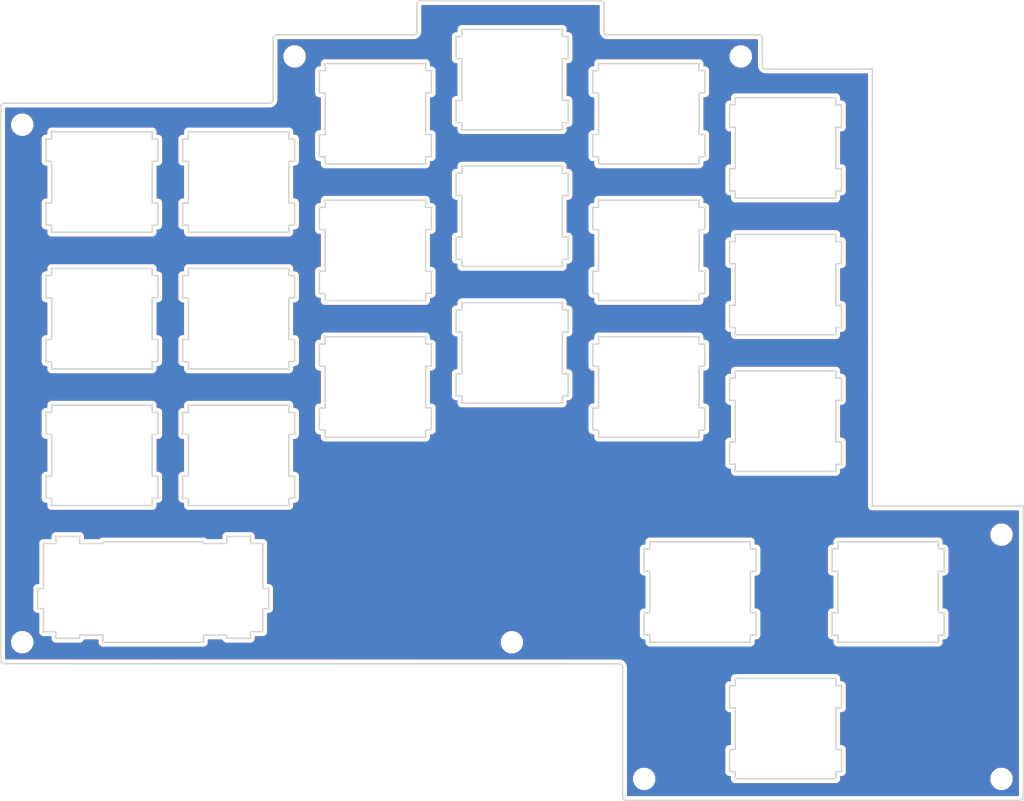
<source format=kicad_pcb>
(kicad_pcb (version 20171130) (host pcbnew "(5.0.2)-1")
  (layers (0 F.Cu signal) (31 B.Cu signal) (34 B.Paste user) (35 F.Paste user) (36 B.SilkS user) (37 F.SilkS user) (38 B.Mask user) (39 F.Mask user) (44 Edge.Cuts user))
  (net 0 "")
  (module keebparts:HOLE_M2 (layer F.Cu) (at 17.59 28.16)
    (fp_text reference "" hide)
    (fp_text value "" hide)
    (pad "" np_thru_hole circle (at 0 0) (size 2.1 2.1) (drill 2.1) (layers *.Cu *.Mask))
  )
  (module keebparts:HOLE_M2 (layer F.Cu) (at 55.54 18.64)
    (fp_text reference "" hide)
    (fp_text value "" hide)
    (pad "" np_thru_hole circle (at 0 0) (size 2.1 2.1) (drill 2.1) (layers *.Cu *.Mask))
  )
  (module keebparts:HOLE_M2 (layer F.Cu) (at 117.7 18.64)
    (fp_text reference "" hide)
    (fp_text value "" hide)
    (pad "" np_thru_hole circle (at 0 0) (size 2.1 2.1) (drill 2.1) (layers *.Cu *.Mask))
  )
  (module keebparts:HOLE_M2 (layer F.Cu) (at 154.03 119.36)
    (fp_text reference "" hide)
    (fp_text value "" hide)
    (pad "" np_thru_hole circle (at 0 0) (size 2.1 2.1) (drill 2.1) (layers *.Cu *.Mask))
  )
  (module keebparts:HOLE_M2 (layer F.Cu) (at 17.59 100.3)
    (fp_text reference "" hide)
    (fp_text value "" hide)
    (pad "" np_thru_hole circle (at 0 0) (size 2.1 2.1) (drill 2.1) (layers *.Cu *.Mask))
  )
  (module keebparts:HOLE_M2 (layer F.Cu) (at 154.03 85.31)
    (fp_text reference "" hide)
    (fp_text value "" hide)
    (pad "" np_thru_hole circle (at 0 0) (size 2.1 2.1) (drill 2.1) (layers *.Cu *.Mask))
  )
  (module keebparts:HOLE_M2 (layer F.Cu) (at 104.24 119.36)
    (fp_text reference "" hide)
    (fp_text value "" hide)
    (pad "" np_thru_hole circle (at 0 0) (size 2.1 2.1) (drill 2.1) (layers *.Cu *.Mask))
  )
  (module keebparts:HOLE_M2 (layer F.Cu) (at 85.81 100.31)
    (fp_text reference "" hide)
    (fp_text value "" hide)
    (pad "" np_thru_hole circle (at 0 0) (size 2.1 2.1) (drill 2.1) (layers *.Cu *.Mask))
  )
  (gr_line (start 116.939999 53.342) (end 116.139996 53.342) (layer Edge.Cuts) (width 0.2))
  (gr_line (start 59.790001 52.679998) (end 73.79 52.679998) (layer Edge.Cuts) (width 0.2))
  (gr_line (start 116.939999 44.441999) (end 116.139996 44.441999) (layer Edge.Cuts) (width 0.2))
  (gr_line (start 116.939999 43.441999) (end 116.939999 44.441999) (layer Edge.Cuts) (width 0.2))
  (gr_line (start 73.79 48.58) (end 73.79 42.780001) (layer Edge.Cuts) (width 0.2))
  (gr_line (start 116.139996 56.441999) (end 116.939999 56.441999) (layer Edge.Cuts) (width 0.2))
  (gr_line (start 59.790001 48.58) (end 58.989998 48.58) (layer Edge.Cuts) (width 0.2))
  (gr_line (start 131.739994 56.441999) (end 131.739994 53.342) (layer Edge.Cuts) (width 0.2))
  (gr_line (start 73.79 51.679998) (end 74.589995 51.679998) (layer Edge.Cuts) (width 0.2))
  (gr_line (start 131.739994 44.441999) (end 130.939998 44.441999) (layer Edge.Cuts) (width 0.2))
  (gr_line (start 55.540001 52.304998) (end 55.540001 49.204999) (layer Edge.Cuts) (width 0.2))
  (gr_line (start 97.089994 39.679998) (end 97.089994 42.780001) (layer Edge.Cuts) (width 0.2))
  (gr_line (start 73.79 38.679999) (end 59.790001 38.679999) (layer Edge.Cuts) (width 0.2))
  (gr_line (start 130.939998 57.441999) (end 130.939998 56.441999) (layer Edge.Cuts) (width 0.2))
  (gr_line (start 116.139996 44.441999) (end 116.139996 47.542001) (layer Edge.Cuts) (width 0.2))
  (gr_line (start 54.739998 58.105) (end 54.739998 52.304998) (layer Edge.Cuts) (width 0.2))
  (gr_line (start 97.889997 42.780001) (end 97.889997 48.58) (layer Edge.Cuts) (width 0.2))
  (gr_line (start 97.089994 42.780001) (end 97.889997 42.780001) (layer Edge.Cuts) (width 0.2))
  (gr_line (start 73.79 39.679998) (end 73.79 38.679999) (layer Edge.Cuts) (width 0.2))
  (gr_line (start 58.989998 51.679998) (end 59.790001 51.679998) (layer Edge.Cuts) (width 0.2))
  (gr_line (start 74.589995 39.679998) (end 73.79 39.679998) (layer Edge.Cuts) (width 0.2))
  (gr_line (start 74.589995 42.780001) (end 74.589995 39.679998) (layer Edge.Cuts) (width 0.2))
  (gr_line (start 73.79 42.780001) (end 74.589995 42.780001) (layer Edge.Cuts) (width 0.2))
  (gr_line (start 58.989998 39.679998) (end 58.989998 42.780001) (layer Edge.Cuts) (width 0.2))
  (gr_line (start 130.939998 43.441999) (end 116.939999 43.441999) (layer Edge.Cuts) (width 0.2))
  (gr_line (start 116.939999 47.542001) (end 116.939999 53.342) (layer Edge.Cuts) (width 0.2))
  (gr_line (start 130.939998 53.342) (end 130.939998 47.542001) (layer Edge.Cuts) (width 0.2))
  (gr_line (start 74.589995 48.58) (end 73.79 48.58) (layer Edge.Cuts) (width 0.2))
  (gr_line (start 116.939999 56.441999) (end 116.939999 57.441999) (layer Edge.Cuts) (width 0.2))
  (gr_line (start 59.790001 38.679999) (end 59.790001 39.679998) (layer Edge.Cuts) (width 0.2))
  (gr_line (start 58.989998 42.780001) (end 59.790001 42.780001) (layer Edge.Cuts) (width 0.2))
  (gr_line (start 54.739998 49.204999) (end 54.739998 48.205) (layer Edge.Cuts) (width 0.2))
  (gr_line (start 54.739998 52.304998) (end 55.540001 52.304998) (layer Edge.Cuts) (width 0.2))
  (gr_line (start 130.939998 44.441999) (end 130.939998 43.441999) (layer Edge.Cuts) (width 0.2))
  (gr_line (start 130.939998 47.542001) (end 131.739994 47.542001) (layer Edge.Cuts) (width 0.2))
  (gr_line (start 116.139996 47.542001) (end 116.939999 47.542001) (layer Edge.Cuts) (width 0.2))
  (gr_line (start 97.889997 39.679998) (end 97.089994 39.679998) (layer Edge.Cuts) (width 0.2))
  (gr_line (start 73.79 52.679998) (end 73.79 51.679998) (layer Edge.Cuts) (width 0.2))
  (gr_line (start 59.790001 42.780001) (end 59.790001 48.58) (layer Edge.Cuts) (width 0.2))
  (gr_line (start 55.540001 49.204999) (end 54.739998 49.204999) (layer Edge.Cuts) (width 0.2))
  (gr_line (start 59.790001 39.679998) (end 58.989998 39.679998) (layer Edge.Cuts) (width 0.2))
  (gr_line (start 58.989998 48.58) (end 58.989998 51.679998) (layer Edge.Cuts) (width 0.2))
  (gr_line (start 131.739994 47.542001) (end 131.739994 44.441999) (layer Edge.Cuts) (width 0.2))
  (gr_line (start 131.739994 53.342) (end 130.939998 53.342) (layer Edge.Cuts) (width 0.2))
  (gr_line (start 54.739998 48.205) (end 40.739999 48.205) (layer Edge.Cuts) (width 0.2))
  (gr_line (start 59.790001 51.679998) (end 59.790001 52.679998) (layer Edge.Cuts) (width 0.2))
  (gr_line (start 97.889997 38.679999) (end 97.889997 39.679998) (layer Edge.Cuts) (width 0.2))
  (gr_line (start 116.139996 53.342) (end 116.139996 56.441999) (layer Edge.Cuts) (width 0.2))
  (gr_line (start 130.939998 56.441999) (end 131.739994 56.441999) (layer Edge.Cuts) (width 0.2))
  (gr_line (start 74.589995 51.679998) (end 74.589995 48.58) (layer Edge.Cuts) (width 0.2))
  (gr_line (start 116.939999 57.441999) (end 130.939998 57.441999) (layer Edge.Cuts) (width 0.2))
  (gr_line (start 35.69 62.204999) (end 35.69 61.204999) (layer Edge.Cuts) (width 0.2))
  (gr_line (start 20.890001 49.204999) (end 20.890001 52.304998) (layer Edge.Cuts) (width 0.2))
  (gr_line (start 78.839995 65.967) (end 78.839995 66.967) (layer Edge.Cuts) (width 0.2))
  (gr_line (start 78.04 53.967) (end 78.04 57.066999) (layer Edge.Cuts) (width 0.2))
  (gr_line (start 112.689999 67.630001) (end 111.889996 67.630001) (layer Edge.Cuts) (width 0.2))
  (gr_line (start 78.839995 52.967) (end 78.839995 53.967) (layer Edge.Cuts) (width 0.2))
  (gr_line (start 40.739999 61.204999) (end 40.739999 62.204999) (layer Edge.Cuts) (width 0.2))
  (gr_line (start 112.689999 61.829999) (end 112.689999 58.73) (layer Edge.Cuts) (width 0.2))
  (gr_line (start 39.939999 61.204999) (end 40.739999 61.204999) (layer Edge.Cuts) (width 0.2))
  (gr_line (start 21.690001 48.205) (end 21.690001 49.204999) (layer Edge.Cuts) (width 0.2))
  (gr_line (start 92.839994 53.967) (end 92.839994 52.967) (layer Edge.Cuts) (width 0.2))
  (gr_line (start 78.839995 53.967) (end 78.04 53.967) (layer Edge.Cuts) (width 0.2))
  (gr_line (start 39.939999 58.105) (end 39.939999 61.204999) (layer Edge.Cuts) (width 0.2))
  (gr_line (start 40.739999 58.105) (end 39.939999 58.105) (layer Edge.Cuts) (width 0.2))
  (gr_line (start 92.839994 57.066999) (end 93.639997 57.066999) (layer Edge.Cuts) (width 0.2))
  (gr_line (start 93.639997 62.866997) (end 92.839994 62.866997) (layer Edge.Cuts) (width 0.2))
  (gr_line (start 40.739999 49.204999) (end 39.939999 49.204999) (layer Edge.Cuts) (width 0.2))
  (gr_line (start 21.690001 61.204999) (end 21.690001 62.204999) (layer Edge.Cuts) (width 0.2))
  (gr_line (start 78.04 65.967) (end 78.839995 65.967) (layer Edge.Cuts) (width 0.2))
  (gr_line (start 20.890001 58.105) (end 20.890001 61.204999) (layer Edge.Cuts) (width 0.2))
  (gr_line (start 92.839994 66.967) (end 92.839994 65.967) (layer Edge.Cuts) (width 0.2))
  (gr_line (start 111.889996 70.73) (end 112.689999 70.73) (layer Edge.Cuts) (width 0.2))
  (gr_line (start 78.839995 66.967) (end 92.839994 66.967) (layer Edge.Cuts) (width 0.2))
  (gr_line (start 39.939999 52.304998) (end 40.739999 52.304998) (layer Edge.Cuts) (width 0.2))
  (gr_line (start 35.69 52.304998) (end 36.490001 52.304998) (layer Edge.Cuts) (width 0.2))
  (gr_line (start 92.839994 62.866997) (end 92.839994 57.066999) (layer Edge.Cuts) (width 0.2))
  (gr_line (start 111.889996 57.730001) (end 97.889997 57.730001) (layer Edge.Cuts) (width 0.2))
  (gr_line (start 92.839994 52.967) (end 78.839995 52.967) (layer Edge.Cuts) (width 0.2))
  (gr_line (start 93.639997 65.967) (end 93.639997 62.866997) (layer Edge.Cuts) (width 0.2))
  (gr_line (start 111.889996 61.829999) (end 112.689999 61.829999) (layer Edge.Cuts) (width 0.2))
  (gr_line (start 112.689999 70.73) (end 112.689999 67.630001) (layer Edge.Cuts) (width 0.2))
  (gr_line (start 78.839995 57.066999) (end 78.839995 62.866997) (layer Edge.Cuts) (width 0.2))
  (gr_line (start 92.839994 65.967) (end 93.639997 65.967) (layer Edge.Cuts) (width 0.2))
  (gr_line (start 112.689999 58.73) (end 111.889996 58.73) (layer Edge.Cuts) (width 0.2))
  (gr_line (start 39.939999 49.204999) (end 39.939999 52.304998) (layer Edge.Cuts) (width 0.2))
  (gr_line (start 40.739999 48.205) (end 40.739999 49.204999) (layer Edge.Cuts) (width 0.2))
  (gr_line (start 35.69 61.204999) (end 36.490001 61.204999) (layer Edge.Cuts) (width 0.2))
  (gr_line (start 21.690001 52.304998) (end 21.690001 58.105) (layer Edge.Cuts) (width 0.2))
  (gr_line (start 111.889996 71.73) (end 111.889996 70.73) (layer Edge.Cuts) (width 0.2))
  (gr_line (start 36.490001 49.204999) (end 35.69 49.204999) (layer Edge.Cuts) (width 0.2))
  (gr_line (start 20.890001 52.304998) (end 21.690001 52.304998) (layer Edge.Cuts) (width 0.2))
  (gr_line (start 36.490001 61.204999) (end 36.490001 58.105) (layer Edge.Cuts) (width 0.2))
  (gr_line (start 93.639997 53.967) (end 92.839994 53.967) (layer Edge.Cuts) (width 0.2))
  (gr_line (start 20.890001 61.204999) (end 21.690001 61.204999) (layer Edge.Cuts) (width 0.2))
  (gr_line (start 21.690001 49.204999) (end 20.890001 49.204999) (layer Edge.Cuts) (width 0.2))
  (gr_line (start 78.04 62.866997) (end 78.04 65.967) (layer Edge.Cuts) (width 0.2))
  (gr_line (start 111.889996 58.73) (end 111.889996 57.730001) (layer Edge.Cuts) (width 0.2))
  (gr_line (start 111.889996 67.630001) (end 111.889996 61.829999) (layer Edge.Cuts) (width 0.2))
  (gr_line (start 55.540001 58.105) (end 54.739998 58.105) (layer Edge.Cuts) (width 0.2))
  (gr_line (start 55.540001 61.204999) (end 55.540001 58.105) (layer Edge.Cuts) (width 0.2))
  (gr_line (start 36.490001 58.105) (end 35.69 58.105) (layer Edge.Cuts) (width 0.2))
  (gr_line (start 78.04 57.066999) (end 78.839995 57.066999) (layer Edge.Cuts) (width 0.2))
  (gr_line (start 93.639997 57.066999) (end 93.639997 53.967) (layer Edge.Cuts) (width 0.2))
  (gr_line (start 54.739998 61.204999) (end 55.540001 61.204999) (layer Edge.Cuts) (width 0.2))
  (gr_line (start 35.69 48.205) (end 21.690001 48.205) (layer Edge.Cuts) (width 0.2))
  (gr_line (start 21.690001 58.105) (end 20.890001 58.105) (layer Edge.Cuts) (width 0.2))
  (gr_line (start 35.69 58.105) (end 35.69 52.304998) (layer Edge.Cuts) (width 0.2))
  (gr_line (start 21.690001 62.204999) (end 35.69 62.204999) (layer Edge.Cuts) (width 0.2))
  (gr_line (start 54.739998 62.204999) (end 54.739998 61.204999) (layer Edge.Cuts) (width 0.2))
  (gr_line (start 40.739999 62.204999) (end 54.739998 62.204999) (layer Edge.Cuts) (width 0.2))
  (gr_line (start 78.839995 62.866997) (end 78.04 62.866997) (layer Edge.Cuts) (width 0.2))
  (gr_line (start 40.739999 52.304998) (end 40.739999 58.105) (layer Edge.Cuts) (width 0.2))
  (gr_line (start 35.69 49.204999) (end 35.69 48.205) (layer Edge.Cuts) (width 0.2))
  (gr_line (start 36.490001 52.304998) (end 36.490001 49.204999) (layer Edge.Cuts) (width 0.2))
  (gr_line (start 97.089994 67.630001) (end 97.089994 70.73) (layer Edge.Cuts) (width 0.2))
  (gr_line (start 54.739998 80.255001) (end 55.540001 80.255001) (layer Edge.Cuts) (width 0.2))
  (gr_line (start 73.79 70.73) (end 74.589995 70.73) (layer Edge.Cuts) (width 0.2))
  (gr_line (start 73.79 71.73) (end 73.79 70.73) (layer Edge.Cuts) (width 0.2))
  (gr_line (start 97.889997 67.630001) (end 97.089994 67.630001) (layer Edge.Cuts) (width 0.2))
  (gr_line (start 97.889997 61.829999) (end 97.889997 67.630001) (layer Edge.Cuts) (width 0.2))
  (gr_line (start 97.089994 61.829999) (end 97.889997 61.829999) (layer Edge.Cuts) (width 0.2))
  (gr_line (start 97.089994 58.73) (end 97.089994 61.829999) (layer Edge.Cuts) (width 0.2))
  (gr_line (start 130.939998 63.491997) (end 130.939998 62.491997) (layer Edge.Cuts) (width 0.2))
  (gr_line (start 74.589995 58.73) (end 73.79 58.73) (layer Edge.Cuts) (width 0.2))
  (gr_line (start 59.790001 71.73) (end 73.79 71.73) (layer Edge.Cuts) (width 0.2))
  (gr_line (start 58.989998 70.73) (end 59.790001 70.73) (layer Edge.Cuts) (width 0.2))
  (gr_line (start 54.739998 68.255001) (end 54.739998 67.255002) (layer Edge.Cuts) (width 0.2))
  (gr_line (start 58.989998 61.829999) (end 59.790001 61.829999) (layer Edge.Cuts) (width 0.2))
  (gr_line (start 55.540001 77.154995) (end 54.739998 77.154995) (layer Edge.Cuts) (width 0.2))
  (gr_line (start 55.540001 80.255001) (end 55.540001 77.154995) (layer Edge.Cuts) (width 0.2))
  (gr_line (start 58.989998 58.73) (end 58.989998 61.829999) (layer Edge.Cuts) (width 0.2))
  (gr_line (start 59.790001 57.730001) (end 59.790001 58.73) (layer Edge.Cuts) (width 0.2))
  (gr_line (start 116.939999 66.592) (end 116.939999 72.391995) (layer Edge.Cuts) (width 0.2))
  (gr_line (start 39.939999 80.255001) (end 40.739999 80.255001) (layer Edge.Cuts) (width 0.2))
  (gr_line (start 131.739994 75.492001) (end 131.739994 72.391995) (layer Edge.Cuts) (width 0.2))
  (gr_line (start 131.739994 63.491997) (end 130.939998 63.491997) (layer Edge.Cuts) (width 0.2))
  (gr_line (start 73.79 61.829999) (end 74.589995 61.829999) (layer Edge.Cuts) (width 0.2))
  (gr_line (start 116.939999 75.492001) (end 116.939999 76.492) (layer Edge.Cuts) (width 0.2))
  (gr_line (start 59.790001 58.73) (end 58.989998 58.73) (layer Edge.Cuts) (width 0.2))
  (gr_line (start 97.889997 57.730001) (end 97.889997 58.73) (layer Edge.Cuts) (width 0.2))
  (gr_line (start 55.540001 68.255001) (end 54.739998 68.255001) (layer Edge.Cuts) (width 0.2))
  (gr_line (start 73.79 67.630001) (end 73.79 61.829999) (layer Edge.Cuts) (width 0.2))
  (gr_line (start 54.739998 81.255001) (end 54.739998 80.255001) (layer Edge.Cuts) (width 0.2))
  (gr_line (start 116.939999 76.492) (end 130.939998 76.492) (layer Edge.Cuts) (width 0.2))
  (gr_line (start 54.739998 67.255002) (end 40.739999 67.255002) (layer Edge.Cuts) (width 0.2))
  (gr_line (start 116.139996 75.492001) (end 116.939999 75.492001) (layer Edge.Cuts) (width 0.2))
  (gr_line (start 116.939999 62.491997) (end 116.939999 63.491997) (layer Edge.Cuts) (width 0.2))
  (gr_line (start 40.739999 81.255001) (end 54.739998 81.255001) (layer Edge.Cuts) (width 0.2))
  (gr_line (start 58.989998 67.630001) (end 58.989998 70.73) (layer Edge.Cuts) (width 0.2))
  (gr_line (start 59.790001 70.73) (end 59.790001 71.73) (layer Edge.Cuts) (width 0.2))
  (gr_line (start 131.739994 66.592) (end 131.739994 63.491997) (layer Edge.Cuts) (width 0.2))
  (gr_line (start 74.589995 67.630001) (end 73.79 67.630001) (layer Edge.Cuts) (width 0.2))
  (gr_line (start 130.939998 66.592) (end 131.739994 66.592) (layer Edge.Cuts) (width 0.2))
  (gr_line (start 131.739994 72.391995) (end 130.939998 72.391995) (layer Edge.Cuts) (width 0.2))
  (gr_line (start 54.739998 77.154995) (end 54.739998 71.355) (layer Edge.Cuts) (width 0.2))
  (gr_line (start 130.939998 72.391995) (end 130.939998 66.592) (layer Edge.Cuts) (width 0.2))
  (gr_line (start 74.589995 70.73) (end 74.589995 67.630001) (layer Edge.Cuts) (width 0.2))
  (gr_line (start 40.739999 80.255001) (end 40.739999 81.255001) (layer Edge.Cuts) (width 0.2))
  (gr_line (start 130.939998 76.492) (end 130.939998 75.492001) (layer Edge.Cuts) (width 0.2))
  (gr_line (start 116.139996 63.491997) (end 116.139996 66.592) (layer Edge.Cuts) (width 0.2))
  (gr_line (start 97.889997 58.73) (end 97.089994 58.73) (layer Edge.Cuts) (width 0.2))
  (gr_line (start 73.79 57.730001) (end 59.790001 57.730001) (layer Edge.Cuts) (width 0.2))
  (gr_line (start 73.79 58.73) (end 73.79 57.730001) (layer Edge.Cuts) (width 0.2))
  (gr_line (start 59.790001 67.630001) (end 58.989998 67.630001) (layer Edge.Cuts) (width 0.2))
  (gr_line (start 116.139996 72.391995) (end 116.139996 75.492001) (layer Edge.Cuts) (width 0.2))
  (gr_line (start 74.589995 61.829999) (end 74.589995 58.73) (layer Edge.Cuts) (width 0.2))
  (gr_line (start 130.939998 62.491997) (end 116.939999 62.491997) (layer Edge.Cuts) (width 0.2))
  (gr_line (start 55.540001 71.355) (end 55.540001 68.255001) (layer Edge.Cuts) (width 0.2))
  (gr_line (start 59.790001 61.829999) (end 59.790001 67.630001) (layer Edge.Cuts) (width 0.2))
  (gr_line (start 130.939998 75.492001) (end 131.739994 75.492001) (layer Edge.Cuts) (width 0.2))
  (gr_line (start 116.939999 72.391995) (end 116.139996 72.391995) (layer Edge.Cuts) (width 0.2))
  (gr_line (start 54.739998 71.355) (end 55.540001 71.355) (layer Edge.Cuts) (width 0.2))
  (gr_line (start 39.939999 77.154995) (end 39.939999 80.255001) (layer Edge.Cuts) (width 0.2))
  (gr_line (start 116.939999 63.491997) (end 116.139996 63.491997) (layer Edge.Cuts) (width 0.2))
  (gr_line (start 116.139996 66.592) (end 116.939999 66.592) (layer Edge.Cuts) (width 0.2))
  (gr_line (start 97.889997 71.73) (end 111.889996 71.73) (layer Edge.Cuts) (width 0.2))
  (gr_line (start 97.889997 70.73) (end 97.889997 71.73) (layer Edge.Cuts) (width 0.2))
  (gr_line (start 97.089994 70.73) (end 97.889997 70.73) (layer Edge.Cuts) (width 0.2))
  (gr_line (start 119.832997 96.204997) (end 119.032994 96.204997) (layer Edge.Cuts) (width 0.2))
  (gr_line (start 131.226993 99.304995) (end 131.226993 100.304995) (layer Edge.Cuts) (width 0.2))
  (gr_line (start 131.226993 96.204997) (end 130.426998 96.204997) (layer Edge.Cuts) (width 0.2))
  (gr_line (start 119.032994 100.304995) (end 119.032994 99.304995) (layer Edge.Cuts) (width 0.2))
  (gr_line (start 20.890001 71.355) (end 21.690001 71.355) (layer Edge.Cuts) (width 0.2))
  (gr_line (start 146.026988 87.304996) (end 145.227 87.304996) (layer Edge.Cuts) (width 0.2))
  (gr_line (start 146.026988 96.204997) (end 145.227 96.204997) (layer Edge.Cuts) (width 0.2))
  (gr_line (start 145.227 99.304995) (end 146.026988 99.304995) (layer Edge.Cuts) (width 0.2))
  (gr_line (start 119.032994 86.304996) (end 105.032994 86.304996) (layer Edge.Cuts) (width 0.2))
  (gr_line (start 130.426998 90.404994) (end 131.226993 90.404994) (layer Edge.Cuts) (width 0.2))
  (gr_line (start 105.032994 96.204997) (end 104.232999 96.204997) (layer Edge.Cuts) (width 0.2))
  (gr_line (start 105.032994 90.404994) (end 105.032994 96.204997) (layer Edge.Cuts) (width 0.2))
  (gr_line (start 131.226993 100.304995) (end 145.227 100.304995) (layer Edge.Cuts) (width 0.2))
  (gr_line (start 119.032994 87.304996) (end 119.032994 86.304996) (layer Edge.Cuts) (width 0.2))
  (gr_line (start 130.426998 96.204997) (end 130.426998 99.304995) (layer Edge.Cuts) (width 0.2))
  (gr_line (start 130.426998 99.304995) (end 131.226993 99.304995) (layer Edge.Cuts) (width 0.2))
  (gr_line (start 119.032994 96.204997) (end 119.032994 90.404994) (layer Edge.Cuts) (width 0.2))
  (gr_line (start 40.739999 77.154995) (end 39.939999 77.154995) (layer Edge.Cuts) (width 0.2))
  (gr_line (start 36.490001 71.355) (end 36.490001 68.255001) (layer Edge.Cuts) (width 0.2))
  (gr_line (start 40.739999 71.355) (end 40.739999 77.154995) (layer Edge.Cuts) (width 0.2))
  (gr_line (start 104.232999 90.404994) (end 105.032994 90.404994) (layer Edge.Cuts) (width 0.2))
  (gr_line (start 145.227 96.204997) (end 145.227 90.404994) (layer Edge.Cuts) (width 0.2))
  (gr_line (start 35.69 71.355) (end 36.490001 71.355) (layer Edge.Cuts) (width 0.2))
  (gr_line (start 119.032994 90.404994) (end 119.832997 90.404994) (layer Edge.Cuts) (width 0.2))
  (gr_line (start 39.939999 71.355) (end 40.739999 71.355) (layer Edge.Cuts) (width 0.2))
  (gr_line (start 21.690001 77.154995) (end 20.890001 77.154995) (layer Edge.Cuts) (width 0.2))
  (gr_line (start 104.232999 96.204997) (end 104.232999 99.304995) (layer Edge.Cuts) (width 0.2))
  (gr_line (start 36.490001 68.255001) (end 35.69 68.255001) (layer Edge.Cuts) (width 0.2))
  (gr_line (start 119.832997 90.404994) (end 119.832997 87.304996) (layer Edge.Cuts) (width 0.2))
  (gr_line (start 35.69 67.255002) (end 21.690001 67.255002) (layer Edge.Cuts) (width 0.2))
  (gr_line (start 146.026988 90.404994) (end 146.026988 87.304996) (layer Edge.Cuts) (width 0.2))
  (gr_line (start 20.890001 77.154995) (end 20.890001 80.255001) (layer Edge.Cuts) (width 0.2))
  (gr_line (start 35.69 77.154995) (end 35.69 71.355) (layer Edge.Cuts) (width 0.2))
  (gr_line (start 145.227 86.304996) (end 131.226993 86.304996) (layer Edge.Cuts) (width 0.2))
  (gr_line (start 105.032994 100.304995) (end 119.032994 100.304995) (layer Edge.Cuts) (width 0.2))
  (gr_line (start 39.939999 68.255001) (end 39.939999 71.355) (layer Edge.Cuts) (width 0.2))
  (gr_line (start 40.739999 68.255001) (end 39.939999 68.255001) (layer Edge.Cuts) (width 0.2))
  (gr_line (start 105.032994 99.304995) (end 105.032994 100.304995) (layer Edge.Cuts) (width 0.2))
  (gr_line (start 35.69 68.255001) (end 35.69 67.255002) (layer Edge.Cuts) (width 0.2))
  (gr_line (start 40.739999 67.255002) (end 40.739999 68.255001) (layer Edge.Cuts) (width 0.2))
  (gr_line (start 36.490001 80.255001) (end 36.490001 77.154995) (layer Edge.Cuts) (width 0.2))
  (gr_line (start 21.690001 71.355) (end 21.690001 77.154995) (layer Edge.Cuts) (width 0.2))
  (gr_line (start 119.832997 87.304996) (end 119.032994 87.304996) (layer Edge.Cuts) (width 0.2))
  (gr_line (start 21.690001 68.255001) (end 20.890001 68.255001) (layer Edge.Cuts) (width 0.2))
  (gr_line (start 21.690001 67.255002) (end 21.690001 68.255001) (layer Edge.Cuts) (width 0.2))
  (gr_line (start 145.227 100.304995) (end 145.227 99.304995) (layer Edge.Cuts) (width 0.2))
  (gr_line (start 131.226993 90.404994) (end 131.226993 96.204997) (layer Edge.Cuts) (width 0.2))
  (gr_line (start 119.832997 99.304995) (end 119.832997 96.204997) (layer Edge.Cuts) (width 0.2))
  (gr_line (start 145.227 87.304996) (end 145.227 86.304996) (layer Edge.Cuts) (width 0.2))
  (gr_line (start 131.226993 86.304996) (end 131.226993 87.304996) (layer Edge.Cuts) (width 0.2))
  (gr_line (start 130.426998 87.304996) (end 130.426998 90.404994) (layer Edge.Cuts) (width 0.2))
  (gr_line (start 119.032994 99.304995) (end 119.832997 99.304995) (layer Edge.Cuts) (width 0.2))
  (gr_line (start 145.227 90.404994) (end 146.026988 90.404994) (layer Edge.Cuts) (width 0.2))
  (gr_line (start 146.026988 99.304995) (end 146.026988 96.204997) (layer Edge.Cuts) (width 0.2))
  (gr_line (start 20.890001 80.255001) (end 21.690001 80.255001) (layer Edge.Cuts) (width 0.2))
  (gr_line (start 104.232999 87.304996) (end 104.232999 90.404994) (layer Edge.Cuts) (width 0.2))
  (gr_line (start 131.226993 87.304996) (end 130.426998 87.304996) (layer Edge.Cuts) (width 0.2))
  (gr_line (start 36.490001 77.154995) (end 35.69 77.154995) (layer Edge.Cuts) (width 0.2))
  (gr_line (start 35.69 80.255001) (end 36.490001 80.255001) (layer Edge.Cuts) (width 0.2))
  (gr_line (start 35.69 81.255001) (end 35.69 80.255001) (layer Edge.Cuts) (width 0.2))
  (gr_line (start 21.690001 81.255001) (end 35.69 81.255001) (layer Edge.Cuts) (width 0.2))
  (gr_line (start 21.690001 80.255001) (end 21.690001 81.255001) (layer Edge.Cuts) (width 0.2))
  (gr_line (start 104.232999 99.304995) (end 105.032994 99.304995) (layer Edge.Cuts) (width 0.2))
  (gr_line (start 20.890001 68.255001) (end 20.890001 71.355) (layer Edge.Cuts) (width 0.2))
  (gr_line (start 116.939999 109.454996) (end 116.939999 115.254999) (layer Edge.Cuts) (width 0.2))
  (gr_line (start 105.032994 87.304996) (end 104.232999 87.304996) (layer Edge.Cuts) (width 0.2))
  (gr_line (start 105.032994 86.304996) (end 105.032994 87.304996) (layer Edge.Cuts) (width 0.2))
  (gr_line (start 101.200569 103.614318) (end 101.154477 103.529391) (layer Edge.Cuts) (width 0.2))
  (gr_line (start 130.939998 105.354998) (end 116.939999 105.354998) (layer Edge.Cuts) (width 0.2))
  (gr_line (start 131.739994 106.354998) (end 130.939998 106.354998) (layer Edge.Cuts) (width 0.2))
  (gr_line (start 79.32739 103.306017) (end 68.621124 103.304564) (layer Edge.Cuts) (width 0.2))
  (gr_line (start 101.239855 112.833959) (end 101.239855 110.5777) (layer Edge.Cuts) (width 0.2))
  (gr_line (start 116.939999 115.254999) (end 116.139996 115.254999) (layer Edge.Cuts) (width 0.2))
  (gr_line (start 116.939999 105.354998) (end 116.939999 106.354998) (layer Edge.Cuts) (width 0.2))
  (gr_line (start 130.939998 106.354998) (end 130.939998 105.354998) (layer Edge.Cuts) (width 0.2))
  (gr_line (start 131.739994 109.454996) (end 131.739994 106.354998) (layer Edge.Cuts) (width 0.2))
  (gr_line (start 130.939998 115.254999) (end 130.939998 109.454996) (layer Edge.Cuts) (width 0.2))
  (gr_line (start 101.229698 103.708166) (end 101.200569 103.614318) (layer Edge.Cuts) (width 0.2))
  (gr_line (start 130.939998 119.354997) (end 130.939998 118.354997) (layer Edge.Cuts) (width 0.2))
  (gr_line (start 14.629146 102.991902) (end 14.600017 102.898054) (layer Edge.Cuts) (width 0.2))
  (gr_line (start 25.796059 103.298749) (end 15.089793 103.297296) (layer Edge.Cuts) (width 0.2))
  (gr_line (start 101.239855 108.321442) (end 101.239855 106.065183) (layer Edge.Cuts) (width 0.2))
  (gr_line (start 101.386301 122.212547) (end 101.325247 122.138548) (layer Edge.Cuts) (width 0.2))
  (gr_line (start 101.239855 121.858994) (end 101.239855 119.602735) (layer Edge.Cuts) (width 0.2))
  (gr_line (start 108.594229 122.358994) (end 101.739855 122.358994) (layer Edge.Cuts) (width 0.2))
  (gr_line (start 90.033656 103.307471) (end 79.32739 103.306017) (layer Edge.Cuts) (width 0.2))
  (gr_line (start 100.840679 103.319095) (end 100.739923 103.308925) (layer Edge.Cuts) (width 0.2))
  (gr_line (start 131.739994 115.254999) (end 130.939998 115.254999) (layer Edge.Cuts) (width 0.2))
  (gr_line (start 116.939999 118.354997) (end 116.939999 119.354997) (layer Edge.Cuts) (width 0.2))
  (gr_line (start 47.208592 103.301657) (end 36.502325 103.300203) (layer Edge.Cuts) (width 0.2))
  (gr_line (start 101.545232 122.319701) (end 101.4603 122.273602) (layer Edge.Cuts) (width 0.2))
  (gr_line (start 101.154477 103.529391) (end 101.093432 103.455395) (layer Edge.Cuts) (width 0.2))
  (gr_line (start 131.739994 118.354997) (end 131.739994 115.254999) (layer Edge.Cuts) (width 0.2))
  (gr_line (start 101.739855 122.358994) (end 101.639087 122.348835) (layer Edge.Cuts) (width 0.2))
  (gr_line (start 130.939998 118.354997) (end 131.739994 118.354997) (layer Edge.Cuts) (width 0.2))
  (gr_line (start 14.675239 103.076829) (end 14.629146 102.991902) (layer Edge.Cuts) (width 0.2))
  (gr_line (start 116.939999 106.354998) (end 116.139996 106.354998) (layer Edge.Cuts) (width 0.2))
  (gr_line (start 57.914858 103.30311) (end 47.208592 103.301657) (layer Edge.Cuts) (width 0.2))
  (gr_line (start 100.739923 103.308925) (end 90.033656 103.307471) (layer Edge.Cuts) (width 0.2))
  (gr_line (start 101.325247 122.138548) (end 101.279147 122.053616) (layer Edge.Cuts) (width 0.2))
  (gr_line (start 101.4603 122.273602) (end 101.386301 122.212547) (layer Edge.Cuts) (width 0.2))
  (gr_line (start 116.939999 119.354997) (end 130.939998 119.354997) (layer Edge.Cuts) (width 0.2))
  (gr_line (start 101.239855 106.065183) (end 101.239855 103.808924) (layer Edge.Cuts) (width 0.2))
  (gr_line (start 14.810271 103.21188) (end 14.736283 103.150825) (layer Edge.Cuts) (width 0.2))
  (gr_line (start 14.895192 103.257984) (end 14.810271 103.21188) (layer Edge.Cuts) (width 0.2))
  (gr_line (start 15.089793 103.297296) (end 14.989036 103.287126) (layer Edge.Cuts) (width 0.2))
  (gr_line (start 68.621124 103.304564) (end 57.914858 103.30311) (layer Edge.Cuts) (width 0.2))
  (gr_line (start 101.019444 103.39434) (end 100.934523 103.348237) (layer Edge.Cuts) (width 0.2))
  (gr_line (start 101.093432 103.455395) (end 101.019444 103.39434) (layer Edge.Cuts) (width 0.2))
  (gr_line (start 101.239855 110.5777) (end 101.239855 108.321442) (layer Edge.Cuts) (width 0.2))
  (gr_line (start 116.139996 106.354998) (end 116.139996 109.454996) (layer Edge.Cuts) (width 0.2))
  (gr_line (start 36.502325 103.300203) (end 25.796059 103.298749) (layer Edge.Cuts) (width 0.2))
  (gr_line (start 14.736283 103.150825) (end 14.675239 103.076829) (layer Edge.Cuts) (width 0.2))
  (gr_line (start 100.934523 103.348237) (end 100.840679 103.319095) (layer Edge.Cuts) (width 0.2))
  (gr_line (start 116.139996 118.354997) (end 116.939999 118.354997) (layer Edge.Cuts) (width 0.2))
  (gr_line (start 14.600017 102.898054) (end 14.589861 102.797296) (layer Edge.Cuts) (width 0.2))
  (gr_line (start 116.139996 109.454996) (end 116.939999 109.454996) (layer Edge.Cuts) (width 0.2))
  (gr_line (start 101.239855 119.602735) (end 101.239855 117.346476) (layer Edge.Cuts) (width 0.2))
  (gr_line (start 101.639087 122.348835) (end 101.545232 122.319701) (layer Edge.Cuts) (width 0.2))
  (gr_line (start 116.139996 115.254999) (end 116.139996 118.354997) (layer Edge.Cuts) (width 0.2))
  (gr_line (start 101.239855 115.090218) (end 101.239855 112.833959) (layer Edge.Cuts) (width 0.2))
  (gr_line (start 101.250013 121.959761) (end 101.239855 121.858994) (layer Edge.Cuts) (width 0.2))
  (gr_line (start 14.589861 102.797296) (end 14.589861 102.797296) (layer Edge.Cuts) (width 0.2))
  (gr_line (start 101.239855 117.346476) (end 101.239855 115.090218) (layer Edge.Cuts) (width 0.2))
  (gr_line (start 130.939998 109.454996) (end 131.739994 109.454996) (layer Edge.Cuts) (width 0.2))
  (gr_line (start 14.989036 103.287126) (end 14.895192 103.257984) (layer Edge.Cuts) (width 0.2))
  (gr_line (start 101.279147 122.053616) (end 101.250013 121.959761) (layer Edge.Cuts) (width 0.2))
  (gr_line (start 101.239855 103.808924) (end 101.229698 103.708166) (layer Edge.Cuts) (width 0.2))
  (gr_line (start 120.707012 19.996761) (end 120.736146 20.090616) (layer Edge.Cuts) (width 0.2))
  (gr_line (start 157.035561 122.053616) (end 156.989461 122.138548) (layer Edge.Cuts) (width 0.2))
  (gr_line (start 157.074853 111.727689) (end 157.074853 116.793341) (layer Edge.Cuts) (width 0.2))
  (gr_line (start 136.033853 66.099329) (end 136.033853 73.716552) (layer Edge.Cuts) (width 0.2))
  (gr_line (start 156.928407 122.212547) (end 156.854408 122.273602) (layer Edge.Cuts) (width 0.2))
  (gr_line (start 157.064695 121.959761) (end 157.035561 122.053616) (layer Edge.Cuts) (width 0.2))
  (gr_line (start 151.814603 81.333775) (end 154.444728 81.333775) (layer Edge.Cuts) (width 0.2))
  (gr_line (start 136.033853 20.395993) (end 136.033853 28.013216) (layer Edge.Cuts) (width 0.2))
  (gr_line (start 120.736146 20.090616) (end 120.782245 20.175548) (layer Edge.Cuts) (width 0.2))
  (gr_line (start 120.696853 19.895993) (end 120.707012 19.996761) (layer Edge.Cuts) (width 0.2))
  (gr_line (start 120.696853 17.074498) (end 120.696853 17.544747) (layer Edge.Cuts) (width 0.2))
  (gr_line (start 120.696853 16.133999) (end 120.696853 16.604248) (layer Edge.Cuts) (width 0.2))
  (gr_line (start 136.033853 58.482107) (end 136.033853 66.099329) (layer Edge.Cuts) (width 0.2))
  (gr_line (start 120.696853 16.604248) (end 120.696853 17.074498) (layer Edge.Cuts) (width 0.2))
  (gr_line (start 149.720478 122.358994) (end 142.866104 122.358994) (layer Edge.Cuts) (width 0.2))
  (gr_line (start 157.074853 121.858994) (end 157.064695 121.959761) (layer Edge.Cuts) (width 0.2))
  (gr_line (start 157.074853 96.530732) (end 157.074853 101.596384) (layer Edge.Cuts) (width 0.2))
  (gr_line (start 136.033853 35.630439) (end 136.033853 43.247661) (layer Edge.Cuts) (width 0.2))
  (gr_line (start 121.196853 20.395993) (end 123.051478 20.395993) (layer Edge.Cuts) (width 0.2))
  (gr_line (start 128.615353 20.395993) (end 130.469978 20.395993) (layer Edge.Cuts) (width 0.2))
  (gr_line (start 120.782245 20.175548) (end 120.8433 20.249547) (layer Edge.Cuts) (width 0.2))
  (gr_line (start 149.184478 81.333775) (end 151.814603 81.333775) (layer Edge.Cuts) (width 0.2))
  (gr_line (start 143.924228 81.333775) (end 146.554353 81.333775) (layer Edge.Cuts) (width 0.2))
  (gr_line (start 157.074853 86.399427) (end 157.074853 91.46508) (layer Edge.Cuts) (width 0.2))
  (gr_line (start 120.696853 18.955495) (end 120.696853 19.425744) (layer Edge.Cuts) (width 0.2))
  (gr_line (start 120.696853 18.485245) (end 120.696853 18.955495) (layer Edge.Cuts) (width 0.2))
  (gr_line (start 121.002231 20.356701) (end 121.096086 20.385835) (layer Edge.Cuts) (width 0.2))
  (gr_line (start 136.033853 73.716552) (end 136.033853 81.333775) (layer Edge.Cuts) (width 0.2))
  (gr_line (start 120.696853 19.425744) (end 120.696853 19.895993) (layer Edge.Cuts) (width 0.2))
  (gr_line (start 120.8433 20.249547) (end 120.917299 20.310601) (layer Edge.Cuts) (width 0.2))
  (gr_line (start 115.448604 122.358994) (end 108.594229 122.358994) (layer Edge.Cuts) (width 0.2))
  (gr_line (start 122.302979 122.358994) (end 115.448604 122.358994) (layer Edge.Cuts) (width 0.2))
  (gr_line (start 129.157354 122.358994) (end 122.302979 122.358994) (layer Edge.Cuts) (width 0.2))
  (gr_line (start 157.074853 81.333775) (end 157.074853 86.399427) (layer Edge.Cuts) (width 0.2))
  (gr_line (start 146.554353 81.333775) (end 149.184478 81.333775) (layer Edge.Cuts) (width 0.2))
  (gr_line (start 123.051478 20.395993) (end 124.906103 20.395993) (layer Edge.Cuts) (width 0.2))
  (gr_line (start 121.096086 20.385835) (end 121.196853 20.395993) (layer Edge.Cuts) (width 0.2))
  (gr_line (start 157.074853 116.793341) (end 157.074853 121.858994) (layer Edge.Cuts) (width 0.2))
  (gr_line (start 136.033853 43.247661) (end 136.033853 50.864884) (layer Edge.Cuts) (width 0.2))
  (gr_line (start 156.574853 122.358994) (end 149.720478 122.358994) (layer Edge.Cuts) (width 0.2))
  (gr_line (start 157.074853 101.596384) (end 157.074853 106.662037) (layer Edge.Cuts) (width 0.2))
  (gr_line (start 120.696853 18.014996) (end 120.696853 18.485245) (layer Edge.Cuts) (width 0.2))
  (gr_line (start 154.444728 81.333775) (end 157.074853 81.333775) (layer Edge.Cuts) (width 0.2))
  (gr_line (start 138.663978 81.333775) (end 141.294103 81.333775) (layer Edge.Cuts) (width 0.2))
  (gr_line (start 136.033853 81.333775) (end 138.663978 81.333775) (layer Edge.Cuts) (width 0.2))
  (gr_line (start 136.033853 28.013216) (end 136.033853 35.630439) (layer Edge.Cuts) (width 0.2))
  (gr_line (start 157.074853 106.662037) (end 157.074853 111.727689) (layer Edge.Cuts) (width 0.2))
  (gr_line (start 157.074853 91.46508) (end 157.074853 96.530732) (layer Edge.Cuts) (width 0.2))
  (gr_line (start 136.011729 122.358994) (end 129.157354 122.358994) (layer Edge.Cuts) (width 0.2))
  (gr_line (start 141.294103 81.333775) (end 143.924228 81.333775) (layer Edge.Cuts) (width 0.2))
  (gr_line (start 142.866104 122.358994) (end 136.011729 122.358994) (layer Edge.Cuts) (width 0.2))
  (gr_line (start 156.675621 122.348835) (end 156.574853 122.358994) (layer Edge.Cuts) (width 0.2))
  (gr_line (start 156.769476 122.319701) (end 156.675621 122.348835) (layer Edge.Cuts) (width 0.2))
  (gr_line (start 130.469978 20.395993) (end 132.324603 20.395993) (layer Edge.Cuts) (width 0.2))
  (gr_line (start 120.917299 20.310601) (end 121.002231 20.356701) (layer Edge.Cuts) (width 0.2))
  (gr_line (start 120.696853 17.544747) (end 120.696853 18.014996) (layer Edge.Cuts) (width 0.2))
  (gr_line (start 134.179228 20.395993) (end 136.033853 20.395993) (layer Edge.Cuts) (width 0.2))
  (gr_line (start 126.760728 20.395993) (end 128.615353 20.395993) (layer Edge.Cuts) (width 0.2))
  (gr_line (start 156.854408 122.273602) (end 156.769476 122.319701) (layer Edge.Cuts) (width 0.2))
  (gr_line (start 132.324603 20.395993) (end 134.179228 20.395993) (layer Edge.Cuts) (width 0.2))
  (gr_line (start 156.989461 122.138548) (end 156.928407 122.212547) (layer Edge.Cuts) (width 0.2))
  (gr_line (start 136.033853 50.864884) (end 136.033853 58.482107) (layer Edge.Cuts) (width 0.2))
  (gr_line (start 124.906103 20.395993) (end 126.760728 20.395993) (layer Edge.Cuts) (width 0.2))
  (gr_line (start 120.686695 16.033232) (end 120.696853 16.133999) (layer Edge.Cuts) (width 0.2))
  (gr_line (start 73.089995 10.870993) (end 76.222103 10.870993) (layer Edge.Cuts) (width 0.2))
  (gr_line (start 91.882639 10.870993) (end 95.014746 10.870993) (layer Edge.Cuts) (width 0.2))
  (gr_line (start 120.391476 15.673292) (end 120.476408 15.719391) (layer Edge.Cuts) (width 0.2))
  (gr_line (start 120.657561 15.939377) (end 120.686695 16.033232) (layer Edge.Cuts) (width 0.2))
  (gr_line (start 120.611461 15.854444) (end 120.657561 15.939377) (layer Edge.Cuts) (width 0.2))
  (gr_line (start 120.550407 15.780446) (end 120.611461 15.854444) (layer Edge.Cuts) (width 0.2))
  (gr_line (start 120.476408 15.719391) (end 120.550407 15.780446) (layer Edge.Cuts) (width 0.2))
  (gr_line (start 98.646853 13.722872) (end 98.646853 14.193248) (layer Edge.Cuts) (width 0.2))
  (gr_line (start 98.561461 11.091438) (end 98.607561 11.176371) (layer Edge.Cuts) (width 0.2))
  (gr_line (start 72.629288 11.176371) (end 72.675387 11.091438) (layer Edge.Cuts) (width 0.2))
  (gr_line (start 120.297621 15.644157) (end 120.391476 15.673292) (layer Edge.Cuts) (width 0.2))
  (gr_line (start 120.196853 15.633999) (end 120.297621 15.644157) (layer Edge.Cuts) (width 0.2))
  (gr_line (start 76.222103 10.870993) (end 79.35421 10.870993) (layer Edge.Cuts) (width 0.2))
  (gr_line (start 107.040603 15.633999) (end 109.671853 15.633999) (layer Edge.Cuts) (width 0.2))
  (gr_line (start 117.565603 15.633999) (end 120.196853 15.633999) (layer Edge.Cuts) (width 0.2))
  (gr_line (start 114.934353 15.633999) (end 117.565603 15.633999) (layer Edge.Cuts) (width 0.2))
  (gr_line (start 112.303103 15.633999) (end 114.934353 15.633999) (layer Edge.Cuts) (width 0.2))
  (gr_line (start 109.671853 15.633999) (end 112.303103 15.633999) (layer Edge.Cuts) (width 0.2))
  (gr_line (start 104.409353 15.633999) (end 107.040603 15.633999) (layer Edge.Cuts) (width 0.2))
  (gr_line (start 101.778103 15.633999) (end 104.409353 15.633999) (layer Edge.Cuts) (width 0.2))
  (gr_line (start 72.81044 10.956385) (end 72.895373 10.910286) (layer Edge.Cuts) (width 0.2))
  (gr_line (start 99.146853 15.633999) (end 101.778103 15.633999) (layer Edge.Cuts) (width 0.2))
  (gr_line (start 72.589995 11.370993) (end 72.600153 11.270226) (layer Edge.Cuts) (width 0.2))
  (gr_line (start 95.014746 10.870993) (end 98.146853 10.870993) (layer Edge.Cuts) (width 0.2))
  (gr_line (start 99.046086 15.623841) (end 99.146853 15.633999) (layer Edge.Cuts) (width 0.2))
  (gr_line (start 72.736442 11.01744) (end 72.81044 10.956385) (layer Edge.Cuts) (width 0.2))
  (gr_line (start 98.952231 15.594707) (end 99.046086 15.623841) (layer Edge.Cuts) (width 0.2))
  (gr_line (start 98.636695 11.270226) (end 98.646853 11.370993) (layer Edge.Cuts) (width 0.2))
  (gr_line (start 98.867299 15.548607) (end 98.952231 15.594707) (layer Edge.Cuts) (width 0.2))
  (gr_line (start 88.750532 10.870993) (end 91.882639 10.870993) (layer Edge.Cuts) (width 0.2))
  (gr_line (start 98.657012 15.234767) (end 98.686146 15.328622) (layer Edge.Cuts) (width 0.2))
  (gr_line (start 98.646853 11.841369) (end 98.646853 12.311745) (layer Edge.Cuts) (width 0.2))
  (gr_line (start 72.589995 11.841369) (end 72.589995 11.370993) (layer Edge.Cuts) (width 0.2))
  (gr_line (start 72.589995 14.663623) (end 72.589995 14.193248) (layer Edge.Cuts) (width 0.2))
  (gr_line (start 72.589995 12.311745) (end 72.589995 11.841369) (layer Edge.Cuts) (width 0.2))
  (gr_line (start 98.646853 14.193248) (end 98.646853 14.663623) (layer Edge.Cuts) (width 0.2))
  (gr_line (start 98.646853 12.78212) (end 98.646853 13.252496) (layer Edge.Cuts) (width 0.2))
  (gr_line (start 98.500407 11.01744) (end 98.561461 11.091438) (layer Edge.Cuts) (width 0.2))
  (gr_line (start 98.426408 10.956385) (end 98.500407 11.01744) (layer Edge.Cuts) (width 0.2))
  (gr_line (start 82.486317 10.870993) (end 85.618424 10.870993) (layer Edge.Cuts) (width 0.2))
  (gr_line (start 72.895373 10.910286) (end 72.989228 10.881151) (layer Edge.Cuts) (width 0.2))
  (gr_line (start 72.589995 13.722872) (end 72.589995 13.252496) (layer Edge.Cuts) (width 0.2))
  (gr_line (start 79.35421 10.870993) (end 82.486317 10.870993) (layer Edge.Cuts) (width 0.2))
  (gr_line (start 72.989228 10.881151) (end 73.089995 10.870993) (layer Edge.Cuts) (width 0.2))
  (gr_line (start 72.589995 12.78212) (end 72.589995 12.311745) (layer Edge.Cuts) (width 0.2))
  (gr_line (start 72.589995 13.252496) (end 72.589995 12.78212) (layer Edge.Cuts) (width 0.2))
  (gr_line (start 72.589995 14.193248) (end 72.589995 13.722872) (layer Edge.Cuts) (width 0.2))
  (gr_line (start 72.579837 15.234767) (end 72.589995 15.133999) (layer Edge.Cuts) (width 0.2))
  (gr_line (start 98.146853 10.870993) (end 98.247621 10.881151) (layer Edge.Cuts) (width 0.2))
  (gr_line (start 98.646853 12.311745) (end 98.646853 12.78212) (layer Edge.Cuts) (width 0.2))
  (gr_line (start 98.341476 10.910286) (end 98.426408 10.956385) (layer Edge.Cuts) (width 0.2))
  (gr_line (start 98.646853 13.252496) (end 98.646853 13.722872) (layer Edge.Cuts) (width 0.2))
  (gr_line (start 72.675387 11.091438) (end 72.736442 11.01744) (layer Edge.Cuts) (width 0.2))
  (gr_line (start 72.600153 11.270226) (end 72.629288 11.176371) (layer Edge.Cuts) (width 0.2))
  (gr_line (start 98.646853 11.370993) (end 98.646853 11.841369) (layer Edge.Cuts) (width 0.2))
  (gr_line (start 98.607561 11.176371) (end 98.636695 11.270226) (layer Edge.Cuts) (width 0.2))
  (gr_line (start 98.247621 10.881151) (end 98.341476 10.910286) (layer Edge.Cuts) (width 0.2))
  (gr_line (start 85.618424 10.870993) (end 88.750532 10.870993) (layer Edge.Cuts) (width 0.2))
  (gr_line (start 98.646853 15.133999) (end 98.657012 15.234767) (layer Edge.Cuts) (width 0.2))
  (gr_line (start 98.7933 15.487553) (end 98.867299 15.548607) (layer Edge.Cuts) (width 0.2))
  (gr_line (start 72.589995 15.133999) (end 72.589995 14.663623) (layer Edge.Cuts) (width 0.2))
  (gr_line (start 98.646853 14.663623) (end 98.646853 15.133999) (layer Edge.Cuts) (width 0.2))
  (gr_line (start 98.732245 15.413554) (end 98.7933 15.487553) (layer Edge.Cuts) (width 0.2))
  (gr_line (start 98.686146 15.328622) (end 98.732245 15.413554) (layer Edge.Cuts) (width 0.2))
  (gr_line (start 52.393554 25.012553) (end 52.454609 24.938554) (layer Edge.Cuts) (width 0.2))
  (gr_line (start 19.708628 25.158999) (end 24.327396 25.158999) (layer Edge.Cuts) (width 0.2))
  (gr_line (start 14.810306 25.244391) (end 14.895238 25.198292) (layer Edge.Cuts) (width 0.2))
  (gr_line (start 72.443549 15.487553) (end 72.504603 15.413554) (layer Edge.Cuts) (width 0.2))
  (gr_line (start 72.089995 15.633999) (end 72.190763 15.623841) (layer Edge.Cuts) (width 0.2))
  (gr_line (start 64.946247 15.633999) (end 67.327497 15.633999) (layer Edge.Cuts) (width 0.2))
  (gr_line (start 52.625393 15.854444) (end 52.686448 15.780446) (layer Edge.Cuts) (width 0.2))
  (gr_line (start 52.454609 24.938554) (end 52.500708 24.853622) (layer Edge.Cuts) (width 0.2))
  (gr_line (start 52.319556 25.073607) (end 52.393554 25.012553) (layer Edge.Cuts) (width 0.2))
  (gr_line (start 38.183698 25.158999) (end 42.802466 25.158999) (layer Edge.Cuts) (width 0.2))
  (gr_line (start 28.946163 25.158999) (end 33.564931 25.158999) (layer Edge.Cuts) (width 0.2))
  (gr_line (start 15.089861 25.158999) (end 19.708628 25.158999) (layer Edge.Cuts) (width 0.2))
  (gr_line (start 33.564931 25.158999) (end 38.183698 25.158999) (layer Edge.Cuts) (width 0.2))
  (gr_line (start 14.589861 44.943573) (end 14.589861 35.301286) (layer Edge.Cuts) (width 0.2))
  (gr_line (start 69.708746 15.633999) (end 72.089995 15.633999) (layer Edge.Cuts) (width 0.2))
  (gr_line (start 67.327497 15.633999) (end 69.708746 15.633999) (layer Edge.Cuts) (width 0.2))
  (gr_line (start 57.802499 15.633999) (end 60.183749 15.633999) (layer Edge.Cuts) (width 0.2))
  (gr_line (start 52.540001 21.462124) (end 52.540001 20.396499) (layer Edge.Cuts) (width 0.2))
  (gr_line (start 52.540001 17.199624) (end 52.540001 16.133999) (layer Edge.Cuts) (width 0.2))
  (gr_line (start 52.500708 24.853622) (end 52.529843 24.759767) (layer Edge.Cuts) (width 0.2))
  (gr_line (start 52.540001 23.593374) (end 52.540001 22.527749) (layer Edge.Cuts) (width 0.2))
  (gr_line (start 52.529843 24.759767) (end 52.540001 24.658999) (layer Edge.Cuts) (width 0.2))
  (gr_line (start 14.989093 25.169157) (end 15.089861 25.158999) (layer Edge.Cuts) (width 0.2))
  (gr_line (start 52.140768 25.148841) (end 52.234623 25.119707) (layer Edge.Cuts) (width 0.2))
  (gr_line (start 52.040001 25.158999) (end 52.140768 25.148841) (layer Edge.Cuts) (width 0.2))
  (gr_line (start 14.589861 35.301286) (end 14.589861 25.658999) (layer Edge.Cuts) (width 0.2))
  (gr_line (start 52.234623 25.119707) (end 52.319556 25.073607) (layer Edge.Cuts) (width 0.2))
  (gr_line (start 14.600019 25.558232) (end 14.629153 25.464377) (layer Edge.Cuts) (width 0.2))
  (gr_line (start 14.589861 25.658999) (end 14.600019 25.558232) (layer Edge.Cuts) (width 0.2))
  (gr_line (start 14.589861 64.228148) (end 14.589861 54.58586) (layer Edge.Cuts) (width 0.2))
  (gr_line (start 55.42125 15.633999) (end 57.802499 15.633999) (layer Edge.Cuts) (width 0.2))
  (gr_line (start 72.190763 15.623841) (end 72.284618 15.594707) (layer Edge.Cuts) (width 0.2))
  (gr_line (start 52.540001 20.396499) (end 52.540001 19.330874) (layer Edge.Cuts) (width 0.2))
  (gr_line (start 52.540001 22.527749) (end 52.540001 21.462124) (layer Edge.Cuts) (width 0.2))
  (gr_line (start 14.629153 25.464377) (end 14.675253 25.379444) (layer Edge.Cuts) (width 0.2))
  (gr_line (start 14.589861 93.155009) (end 14.589861 83.512722) (layer Edge.Cuts) (width 0.2))
  (gr_line (start 14.895238 25.198292) (end 14.989093 25.169157) (layer Edge.Cuts) (width 0.2))
  (gr_line (start 14.589861 73.870435) (end 14.589861 64.228148) (layer Edge.Cuts) (width 0.2))
  (gr_line (start 72.550703 15.328622) (end 72.579837 15.234767) (layer Edge.Cuts) (width 0.2))
  (gr_line (start 72.504603 15.413554) (end 72.550703 15.328622) (layer Edge.Cuts) (width 0.2))
  (gr_line (start 47.421233 25.158999) (end 52.040001 25.158999) (layer Edge.Cuts) (width 0.2))
  (gr_line (start 52.845378 15.673292) (end 52.939233 15.644157) (layer Edge.Cuts) (width 0.2))
  (gr_line (start 52.939233 15.644157) (end 53.040001 15.633999) (layer Edge.Cuts) (width 0.2))
  (gr_line (start 52.686448 15.780446) (end 52.760446 15.719391) (layer Edge.Cuts) (width 0.2))
  (gr_line (start 14.675253 25.379444) (end 14.736307 25.305446) (layer Edge.Cuts) (width 0.2))
  (gr_line (start 72.36955 15.548607) (end 72.443549 15.487553) (layer Edge.Cuts) (width 0.2))
  (gr_line (start 14.736307 25.305446) (end 14.810306 25.244391) (layer Edge.Cuts) (width 0.2))
  (gr_line (start 53.040001 15.633999) (end 55.42125 15.633999) (layer Edge.Cuts) (width 0.2))
  (gr_line (start 14.589861 102.797296) (end 14.589861 93.155009) (layer Edge.Cuts) (width 0.2))
  (gr_line (start 72.284618 15.594707) (end 72.36955 15.548607) (layer Edge.Cuts) (width 0.2))
  (gr_line (start 60.183749 15.633999) (end 62.564998 15.633999) (layer Edge.Cuts) (width 0.2))
  (gr_line (start 52.579293 15.939377) (end 52.625393 15.854444) (layer Edge.Cuts) (width 0.2))
  (gr_line (start 52.540001 16.133999) (end 52.550159 16.033232) (layer Edge.Cuts) (width 0.2))
  (gr_line (start 52.540001 24.658999) (end 52.540001 23.593374) (layer Edge.Cuts) (width 0.2))
  (gr_line (start 42.802466 25.158999) (end 47.421233 25.158999) (layer Edge.Cuts) (width 0.2))
  (gr_line (start 52.540001 18.265249) (end 52.540001 17.199624) (layer Edge.Cuts) (width 0.2))
  (gr_line (start 14.589861 83.512722) (end 14.589861 73.870435) (layer Edge.Cuts) (width 0.2))
  (gr_line (start 62.564998 15.633999) (end 64.946247 15.633999) (layer Edge.Cuts) (width 0.2))
  (gr_line (start 52.550159 16.033232) (end 52.579293 15.939377) (layer Edge.Cuts) (width 0.2))
  (gr_line (start 14.589861 54.58586) (end 14.589861 44.943573) (layer Edge.Cuts) (width 0.2))
  (gr_line (start 52.760446 15.719391) (end 52.845378 15.673292) (layer Edge.Cuts) (width 0.2))
  (gr_line (start 52.540001 19.330874) (end 52.540001 18.265249) (layer Edge.Cuts) (width 0.2))
  (gr_line (start 24.327396 25.158999) (end 28.946163 25.158999) (layer Edge.Cuts) (width 0.2))
  (gr_line (start 35.69 42.155001) (end 36.490001 42.155001) (layer Edge.Cuts) (width 0.2))
  (gr_line (start 97.889997 48.58) (end 97.089994 48.58) (layer Edge.Cuts) (width 0.2))
  (gr_line (start 97.889997 51.679998) (end 97.889997 52.679998) (layer Edge.Cuts) (width 0.2))
  (gr_line (start 93.639997 34.917002) (end 92.839994 34.917002) (layer Edge.Cuts) (width 0.2))
  (gr_line (start 93.639997 38.017) (end 93.639997 34.917002) (layer Edge.Cuts) (width 0.2))
  (gr_line (start 78.839995 46.917001) (end 78.839995 47.917001) (layer Edge.Cuts) (width 0.2))
  (gr_line (start 78.04 46.917001) (end 78.839995 46.917001) (layer Edge.Cuts) (width 0.2))
  (gr_line (start 78.839995 38.017) (end 78.839995 43.816999) (layer Edge.Cuts) (width 0.2))
  (gr_line (start 111.889996 38.679999) (end 97.889997 38.679999) (layer Edge.Cuts) (width 0.2))
  (gr_line (start 78.04 43.816999) (end 78.04 46.917001) (layer Edge.Cuts) (width 0.2))
  (gr_line (start 20.890001 39.054999) (end 20.890001 42.155001) (layer Edge.Cuts) (width 0.2))
  (gr_line (start 20.890001 33.255) (end 21.690001 33.255) (layer Edge.Cuts) (width 0.2))
  (gr_line (start 40.739999 29.155001) (end 40.739999 30.155001) (layer Edge.Cuts) (width 0.2))
  (gr_line (start 21.690001 39.054999) (end 20.890001 39.054999) (layer Edge.Cuts) (width 0.2))
  (gr_line (start 21.690001 29.155001) (end 21.690001 30.155001) (layer Edge.Cuts) (width 0.2))
  (gr_line (start 97.089994 48.58) (end 97.089994 51.679998) (layer Edge.Cuts) (width 0.2))
  (gr_line (start 35.69 29.155001) (end 21.690001 29.155001) (layer Edge.Cuts) (width 0.2))
  (gr_line (start 40.739999 30.155001) (end 39.939999 30.155001) (layer Edge.Cuts) (width 0.2))
  (gr_line (start 78.04 38.017) (end 78.839995 38.017) (layer Edge.Cuts) (width 0.2))
  (gr_line (start 112.689999 42.780001) (end 112.689999 39.679998) (layer Edge.Cuts) (width 0.2))
  (gr_line (start 36.490001 30.155001) (end 35.69 30.155001) (layer Edge.Cuts) (width 0.2))
  (gr_line (start 36.490001 33.255) (end 36.490001 30.155001) (layer Edge.Cuts) (width 0.2))
  (gr_line (start 97.089994 51.679998) (end 97.889997 51.679998) (layer Edge.Cuts) (width 0.2))
  (gr_line (start 20.890001 42.155001) (end 21.690001 42.155001) (layer Edge.Cuts) (width 0.2))
  (gr_line (start 21.690001 30.155001) (end 20.890001 30.155001) (layer Edge.Cuts) (width 0.2))
  (gr_line (start 92.839994 33.917) (end 78.839995 33.917) (layer Edge.Cuts) (width 0.2))
  (gr_line (start 111.889996 51.679998) (end 112.689999 51.679998) (layer Edge.Cuts) (width 0.2))
  (gr_line (start 112.689999 48.58) (end 111.889996 48.58) (layer Edge.Cuts) (width 0.2))
  (gr_line (start 111.889996 52.679998) (end 111.889996 51.679998) (layer Edge.Cuts) (width 0.2))
  (gr_line (start 92.839994 43.816999) (end 92.839994 38.017) (layer Edge.Cuts) (width 0.2))
  (gr_line (start 39.939999 33.255) (end 40.739999 33.255) (layer Edge.Cuts) (width 0.2))
  (gr_line (start 35.69 30.155001) (end 35.69 29.155001) (layer Edge.Cuts) (width 0.2))
  (gr_line (start 92.839994 46.917001) (end 93.639997 46.917001) (layer Edge.Cuts) (width 0.2))
  (gr_line (start 40.739999 42.155001) (end 40.739999 43.155001) (layer Edge.Cuts) (width 0.2))
  (gr_line (start 112.689999 51.679998) (end 112.689999 48.58) (layer Edge.Cuts) (width 0.2))
  (gr_line (start 39.939999 42.155001) (end 40.739999 42.155001) (layer Edge.Cuts) (width 0.2))
  (gr_line (start 111.889996 39.679998) (end 111.889996 38.679999) (layer Edge.Cuts) (width 0.2))
  (gr_line (start 92.839994 47.917001) (end 92.839994 46.917001) (layer Edge.Cuts) (width 0.2))
  (gr_line (start 39.939999 39.054999) (end 39.939999 42.155001) (layer Edge.Cuts) (width 0.2))
  (gr_line (start 20.890001 30.155001) (end 20.890001 33.255) (layer Edge.Cuts) (width 0.2))
  (gr_line (start 21.690001 42.155001) (end 21.690001 43.155001) (layer Edge.Cuts) (width 0.2))
  (gr_line (start 40.739999 39.054999) (end 39.939999 39.054999) (layer Edge.Cuts) (width 0.2))
  (gr_line (start 93.639997 46.917001) (end 93.639997 43.816999) (layer Edge.Cuts) (width 0.2))
  (gr_line (start 111.889996 42.780001) (end 112.689999 42.780001) (layer Edge.Cuts) (width 0.2))
  (gr_line (start 40.739999 33.255) (end 40.739999 39.054999) (layer Edge.Cuts) (width 0.2))
  (gr_line (start 35.69 43.155001) (end 35.69 42.155001) (layer Edge.Cuts) (width 0.2))
  (gr_line (start 21.690001 33.255) (end 21.690001 39.054999) (layer Edge.Cuts) (width 0.2))
  (gr_line (start 78.839995 47.917001) (end 92.839994 47.917001) (layer Edge.Cuts) (width 0.2))
  (gr_line (start 78.839995 43.816999) (end 78.04 43.816999) (layer Edge.Cuts) (width 0.2))
  (gr_line (start 112.689999 39.679998) (end 111.889996 39.679998) (layer Edge.Cuts) (width 0.2))
  (gr_line (start 39.939999 30.155001) (end 39.939999 33.255) (layer Edge.Cuts) (width 0.2))
  (gr_line (start 35.69 33.255) (end 36.490001 33.255) (layer Edge.Cuts) (width 0.2))
  (gr_line (start 92.839994 34.917002) (end 92.839994 33.917) (layer Edge.Cuts) (width 0.2))
  (gr_line (start 97.889997 52.679998) (end 111.889996 52.679998) (layer Edge.Cuts) (width 0.2))
  (gr_line (start 111.889996 48.58) (end 111.889996 42.780001) (layer Edge.Cuts) (width 0.2))
  (gr_line (start 78.839995 33.917) (end 78.839995 34.917002) (layer Edge.Cuts) (width 0.2))
  (gr_line (start 78.04 34.917002) (end 78.04 38.017) (layer Edge.Cuts) (width 0.2))
  (gr_line (start 93.639997 43.816999) (end 92.839994 43.816999) (layer Edge.Cuts) (width 0.2))
  (gr_line (start 35.69 39.054999) (end 35.69 33.255) (layer Edge.Cuts) (width 0.2))
  (gr_line (start 21.690001 43.155001) (end 35.69 43.155001) (layer Edge.Cuts) (width 0.2))
  (gr_line (start 92.839994 38.017) (end 93.639997 38.017) (layer Edge.Cuts) (width 0.2))
  (gr_line (start 36.490001 39.054999) (end 35.69 39.054999) (layer Edge.Cuts) (width 0.2))
  (gr_line (start 36.490001 42.155001) (end 36.490001 39.054999) (layer Edge.Cuts) (width 0.2))
  (gr_line (start 78.839995 34.917002) (end 78.04 34.917002) (layer Edge.Cuts) (width 0.2))
  (gr_line (start 28.833 100.313035) (end 42.832999 100.313035) (layer Edge.Cuts) (width 0.2))
  (gr_line (start 28.833 99.313035) (end 28.833 100.313035) (layer Edge.Cuts) (width 0.2))
  (gr_line (start 19.733002 92.813035) (end 19.733002 95.613031) (layer Edge.Cuts) (width 0.2))
  (gr_line (start 49.383 86.543032) (end 49.383 85.563036) (layer Edge.Cuts) (width 0.2))
  (gr_line (start 111.889996 20.63) (end 111.889996 19.63) (layer Edge.Cuts) (width 0.2))
  (gr_line (start 78.839995 27.867001) (end 78.839995 28.867001) (layer Edge.Cuts) (width 0.2))
  (gr_line (start 19.733002 95.613031) (end 20.558003 95.613031) (layer Edge.Cuts) (width 0.2))
  (gr_line (start 22.283001 99.763032) (end 25.583 99.763032) (layer Edge.Cuts) (width 0.2))
  (gr_line (start 25.583 99.313035) (end 28.833 99.313035) (layer Edge.Cuts) (width 0.2))
  (gr_line (start 25.583 99.763032) (end 25.583 99.313035) (layer Edge.Cuts) (width 0.2))
  (gr_line (start 25.583 85.563036) (end 22.283001 85.563036) (layer Edge.Cuts) (width 0.2))
  (gr_line (start 42.832999 99.313035) (end 46.082999 99.313035) (layer Edge.Cuts) (width 0.2))
  (gr_line (start 92.839994 14.867001) (end 78.839995 14.867001) (layer Edge.Cuts) (width 0.2))
  (gr_line (start 93.639997 15.867001) (end 92.839994 15.867001) (layer Edge.Cuts) (width 0.2))
  (gr_line (start 93.639997 24.767001) (end 92.839994 24.767001) (layer Edge.Cuts) (width 0.2))
  (gr_line (start 93.639997 27.867001) (end 93.639997 24.767001) (layer Edge.Cuts) (width 0.2))
  (gr_line (start 112.689999 23.730001) (end 112.689999 20.63) (layer Edge.Cuts) (width 0.2))
  (gr_line (start 78.04 27.867001) (end 78.839995 27.867001) (layer Edge.Cuts) (width 0.2))
  (gr_line (start 111.889996 29.530001) (end 111.889996 23.730001) (layer Edge.Cuts) (width 0.2))
  (gr_line (start 22.283001 98.843034) (end 22.283001 99.763032) (layer Edge.Cuts) (width 0.2))
  (gr_line (start 20.558003 98.843034) (end 22.283001 98.843034) (layer Edge.Cuts) (width 0.2))
  (gr_line (start 46.082999 86.543032) (end 42.832999 86.543032) (layer Edge.Cuts) (width 0.2))
  (gr_line (start 20.558003 92.813035) (end 19.733002 92.813035) (layer Edge.Cuts) (width 0.2))
  (gr_line (start 22.283001 86.543032) (end 20.558003 86.543032) (layer Edge.Cuts) (width 0.2))
  (gr_line (start 112.689999 29.530001) (end 111.889996 29.530001) (layer Edge.Cuts) (width 0.2))
  (gr_line (start 28.833 86.543032) (end 25.583 86.543032) (layer Edge.Cuts) (width 0.2))
  (gr_line (start 49.383 98.843034) (end 51.107999 98.843034) (layer Edge.Cuts) (width 0.2))
  (gr_line (start 42.832999 86.313036) (end 28.833 86.313036) (layer Edge.Cuts) (width 0.2))
  (gr_line (start 78.04 15.867001) (end 78.04 18.967) (layer Edge.Cuts) (width 0.2))
  (gr_line (start 92.839994 18.967) (end 93.639997 18.967) (layer Edge.Cuts) (width 0.2))
  (gr_line (start 42.832999 86.543032) (end 42.832999 86.313036) (layer Edge.Cuts) (width 0.2))
  (gr_line (start 51.107999 86.543032) (end 49.383 86.543032) (layer Edge.Cuts) (width 0.2))
  (gr_line (start 92.839994 24.767001) (end 92.839994 18.967) (layer Edge.Cuts) (width 0.2))
  (gr_line (start 78.04 24.767001) (end 78.04 27.867001) (layer Edge.Cuts) (width 0.2))
  (gr_line (start 78.839995 14.867001) (end 78.839995 15.867001) (layer Edge.Cuts) (width 0.2))
  (gr_line (start 78.839995 24.767001) (end 78.04 24.767001) (layer Edge.Cuts) (width 0.2))
  (gr_line (start 111.889996 19.63) (end 97.889997 19.63) (layer Edge.Cuts) (width 0.2))
  (gr_line (start 78.04 18.967) (end 78.839995 18.967) (layer Edge.Cuts) (width 0.2))
  (gr_line (start 46.082999 85.563036) (end 46.082999 86.543032) (layer Edge.Cuts) (width 0.2))
  (gr_line (start 93.639997 18.967) (end 93.639997 15.867001) (layer Edge.Cuts) (width 0.2))
  (gr_line (start 78.839995 28.867001) (end 92.839994 28.867001) (layer Edge.Cuts) (width 0.2))
  (gr_line (start 51.107999 92.813035) (end 51.107999 86.543032) (layer Edge.Cuts) (width 0.2))
  (gr_line (start 46.082999 99.763032) (end 49.383 99.763032) (layer Edge.Cuts) (width 0.2))
  (gr_line (start 20.558003 86.543032) (end 20.558003 92.813035) (layer Edge.Cuts) (width 0.2))
  (gr_line (start 42.832999 100.313035) (end 42.832999 99.313035) (layer Edge.Cuts) (width 0.2))
  (gr_line (start 51.932999 92.813035) (end 51.107999 92.813035) (layer Edge.Cuts) (width 0.2))
  (gr_line (start 111.889996 23.730001) (end 112.689999 23.730001) (layer Edge.Cuts) (width 0.2))
  (gr_line (start 92.839994 28.867001) (end 92.839994 27.867001) (layer Edge.Cuts) (width 0.2))
  (gr_line (start 51.932999 95.613031) (end 51.932999 92.813035) (layer Edge.Cuts) (width 0.2))
  (gr_line (start 92.839994 27.867001) (end 93.639997 27.867001) (layer Edge.Cuts) (width 0.2))
  (gr_line (start 78.839995 18.967) (end 78.839995 24.767001) (layer Edge.Cuts) (width 0.2))
  (gr_line (start 22.283001 85.563036) (end 22.283001 86.543032) (layer Edge.Cuts) (width 0.2))
  (gr_line (start 92.839994 15.867001) (end 92.839994 14.867001) (layer Edge.Cuts) (width 0.2))
  (gr_line (start 49.383 99.763032) (end 49.383 98.843034) (layer Edge.Cuts) (width 0.2))
  (gr_line (start 25.583 86.543032) (end 25.583 85.563036) (layer Edge.Cuts) (width 0.2))
  (gr_line (start 46.082999 99.313035) (end 46.082999 99.763032) (layer Edge.Cuts) (width 0.2))
  (gr_line (start 78.839995 15.867001) (end 78.04 15.867001) (layer Edge.Cuts) (width 0.2))
  (gr_line (start 20.558003 95.613031) (end 20.558003 98.843034) (layer Edge.Cuts) (width 0.2))
  (gr_line (start 49.383 85.563036) (end 46.082999 85.563036) (layer Edge.Cuts) (width 0.2))
  (gr_line (start 51.107999 98.843034) (end 51.107999 95.613031) (layer Edge.Cuts) (width 0.2))
  (gr_line (start 51.107999 95.613031) (end 51.932999 95.613031) (layer Edge.Cuts) (width 0.2))
  (gr_line (start 28.833 86.313036) (end 28.833 86.543032) (layer Edge.Cuts) (width 0.2))
  (gr_line (start 112.689999 20.63) (end 111.889996 20.63) (layer Edge.Cuts) (width 0.2))
  (gr_line (start 116.939999 28.492001) (end 116.939999 34.292) (layer Edge.Cuts) (width 0.2))
  (gr_line (start 131.739994 28.492001) (end 131.739994 25.392001) (layer Edge.Cuts) (width 0.2))
  (gr_line (start 73.79 29.530001) (end 73.79 23.730001) (layer Edge.Cuts) (width 0.2))
  (gr_line (start 131.739994 34.292) (end 130.939998 34.292) (layer Edge.Cuts) (width 0.2))
  (gr_line (start 97.889997 29.530001) (end 97.089994 29.530001) (layer Edge.Cuts) (width 0.2))
  (gr_line (start 97.089994 29.530001) (end 97.089994 32.63) (layer Edge.Cuts) (width 0.2))
  (gr_line (start 74.589995 23.730001) (end 74.589995 20.63) (layer Edge.Cuts) (width 0.2))
  (gr_line (start 97.889997 23.730001) (end 97.889997 29.530001) (layer Edge.Cuts) (width 0.2))
  (gr_line (start 97.089994 23.730001) (end 97.889997 23.730001) (layer Edge.Cuts) (width 0.2))
  (gr_line (start 54.739998 30.155001) (end 54.739998 29.155001) (layer Edge.Cuts) (width 0.2))
  (gr_line (start 73.79 20.63) (end 73.79 19.63) (layer Edge.Cuts) (width 0.2))
  (gr_line (start 54.739998 39.054999) (end 54.739998 33.255) (layer Edge.Cuts) (width 0.2))
  (gr_line (start 97.089994 20.63) (end 97.089994 23.730001) (layer Edge.Cuts) (width 0.2))
  (gr_line (start 74.589995 20.63) (end 73.79 20.63) (layer Edge.Cuts) (width 0.2))
  (gr_line (start 73.79 23.730001) (end 74.589995 23.730001) (layer Edge.Cuts) (width 0.2))
  (gr_line (start 59.790001 19.63) (end 59.790001 20.63) (layer Edge.Cuts) (width 0.2))
  (gr_line (start 74.589995 32.63) (end 74.589995 29.530001) (layer Edge.Cuts) (width 0.2))
  (gr_line (start 58.989998 23.730001) (end 59.790001 23.730001) (layer Edge.Cuts) (width 0.2))
  (gr_line (start 116.939999 34.292) (end 116.139996 34.292) (layer Edge.Cuts) (width 0.2))
  (gr_line (start 116.139996 25.392001) (end 116.139996 28.492001) (layer Edge.Cuts) (width 0.2))
  (gr_line (start 59.790001 32.63) (end 59.790001 33.63) (layer Edge.Cuts) (width 0.2))
  (gr_line (start 131.739994 37.392) (end 131.739994 34.292) (layer Edge.Cuts) (width 0.2))
  (gr_line (start 116.139996 28.492001) (end 116.939999 28.492001) (layer Edge.Cuts) (width 0.2))
  (gr_line (start 54.739998 33.255) (end 55.540001 33.255) (layer Edge.Cuts) (width 0.2))
  (gr_line (start 55.540001 39.054999) (end 54.739998 39.054999) (layer Edge.Cuts) (width 0.2))
  (gr_line (start 58.989998 20.63) (end 58.989998 23.730001) (layer Edge.Cuts) (width 0.2))
  (gr_line (start 58.989998 32.63) (end 59.790001 32.63) (layer Edge.Cuts) (width 0.2))
  (gr_line (start 58.989998 29.530001) (end 58.989998 32.63) (layer Edge.Cuts) (width 0.2))
  (gr_line (start 54.739998 29.155001) (end 40.739999 29.155001) (layer Edge.Cuts) (width 0.2))
  (gr_line (start 59.790001 20.63) (end 58.989998 20.63) (layer Edge.Cuts) (width 0.2))
  (gr_line (start 116.939999 38.392) (end 130.939998 38.392) (layer Edge.Cuts) (width 0.2))
  (gr_line (start 130.939998 25.392001) (end 130.939998 24.392001) (layer Edge.Cuts) (width 0.2))
  (gr_line (start 40.739999 43.155001) (end 54.739998 43.155001) (layer Edge.Cuts) (width 0.2))
  (gr_line (start 130.939998 37.392) (end 131.739994 37.392) (layer Edge.Cuts) (width 0.2))
  (gr_line (start 54.739998 42.155001) (end 55.540001 42.155001) (layer Edge.Cuts) (width 0.2))
  (gr_line (start 116.139996 37.392) (end 116.939999 37.392) (layer Edge.Cuts) (width 0.2))
  (gr_line (start 116.939999 37.392) (end 116.939999 38.392) (layer Edge.Cuts) (width 0.2))
  (gr_line (start 55.540001 33.255) (end 55.540001 30.155001) (layer Edge.Cuts) (width 0.2))
  (gr_line (start 131.739994 25.392001) (end 130.939998 25.392001) (layer Edge.Cuts) (width 0.2))
  (gr_line (start 130.939998 38.392) (end 130.939998 37.392) (layer Edge.Cuts) (width 0.2))
  (gr_line (start 59.790001 29.530001) (end 58.989998 29.530001) (layer Edge.Cuts) (width 0.2))
  (gr_line (start 112.689999 32.63) (end 112.689999 29.530001) (layer Edge.Cuts) (width 0.2))
  (gr_line (start 97.889997 19.63) (end 97.889997 20.63) (layer Edge.Cuts) (width 0.2))
  (gr_line (start 59.790001 33.63) (end 73.79 33.63) (layer Edge.Cuts) (width 0.2))
  (gr_line (start 111.889996 32.63) (end 112.689999 32.63) (layer Edge.Cuts) (width 0.2))
  (gr_line (start 74.589995 29.530001) (end 73.79 29.530001) (layer Edge.Cuts) (width 0.2))
  (gr_line (start 111.889996 33.63) (end 111.889996 32.63) (layer Edge.Cuts) (width 0.2))
  (gr_line (start 130.939998 24.392001) (end 116.939999 24.392001) (layer Edge.Cuts) (width 0.2))
  (gr_line (start 97.889997 33.63) (end 111.889996 33.63) (layer Edge.Cuts) (width 0.2))
  (gr_line (start 130.939998 34.292) (end 130.939998 28.492001) (layer Edge.Cuts) (width 0.2))
  (gr_line (start 97.089994 32.63) (end 97.889997 32.63) (layer Edge.Cuts) (width 0.2))
  (gr_line (start 73.79 33.63) (end 73.79 32.63) (layer Edge.Cuts) (width 0.2))
  (gr_line (start 59.790001 23.730001) (end 59.790001 29.530001) (layer Edge.Cuts) (width 0.2))
  (gr_line (start 130.939998 28.492001) (end 131.739994 28.492001) (layer Edge.Cuts) (width 0.2))
  (gr_line (start 116.139996 34.292) (end 116.139996 37.392) (layer Edge.Cuts) (width 0.2))
  (gr_line (start 116.939999 25.392001) (end 116.139996 25.392001) (layer Edge.Cuts) (width 0.2))
  (gr_line (start 116.939999 24.392001) (end 116.939999 25.392001) (layer Edge.Cuts) (width 0.2))
  (gr_line (start 55.540001 42.155001) (end 55.540001 39.054999) (layer Edge.Cuts) (width 0.2))
  (gr_line (start 54.739998 43.155001) (end 54.739998 42.155001) (layer Edge.Cuts) (width 0.2))
  (gr_line (start 55.540001 30.155001) (end 54.739998 30.155001) (layer Edge.Cuts) (width 0.2))
  (gr_line (start 97.889997 20.63) (end 97.089994 20.63) (layer Edge.Cuts) (width 0.2))
  (gr_line (start 73.79 32.63) (end 74.589995 32.63) (layer Edge.Cuts) (width 0.2))
  (gr_line (start 97.889997 32.63) (end 97.889997 33.63) (layer Edge.Cuts) (width 0.2))
  (gr_line (start 73.79 19.63) (end 59.790001 19.63) (layer Edge.Cuts) (width 0.2))
  (zone (net 0) (net_name "") (layer F.Cu) (connect_pads (clearance 0.508)) (min_thickness 0.254) (fill yes (arc_segments 16) (thermal_gap 0.508) (thermal_bridge_width 0.508))
    (polygon (pts (xy 135.94 20.49) (xy 135.94 81.35) (xy 136.02 81.43) (xy 156.98 81.43) (xy 156.98 121.97) (xy 156.98 122.03) (xy 156.75 122.26) (xy 101.55 122.26) (xy 101.33 122.04) (xy 101.33 103.73) (xy 100.83 103.23) (xy 14.95 103.23) (xy 14.68 102.96) (xy 14.68 25.5) (xy 14.93 25.25) (xy 52.08 25.25) (xy 52.63 24.7) (xy 52.63 15.97) (xy 52.88 15.72) (xy 72.17 15.72) (xy 72.68 15.21) (xy 72.68 11.21) (xy 72.93 10.96) (xy 98.32 10.96) (xy 98.55 11.19) (xy 98.55 15.13) (xy 99.13 15.71) (xy 120.36 15.71) (xy 120.61 15.96) (xy 120.61 19.92) (xy 121.17 20.48)))
  )
  (zone (net 0) (net_name "") (layer B.Cu) (connect_pads (clearance 0.508)) (min_thickness 0.254) (fill yes (arc_segments 16) (thermal_gap 0.508) (thermal_bridge_width 0.508))
    (polygon (pts (xy 135.94 20.49) (xy 135.94 81.35) (xy 136.02 81.43) (xy 156.98 81.43) (xy 156.98 121.97) (xy 156.98 122.03) (xy 156.75 122.26) (xy 101.55 122.26) (xy 101.33 122.04) (xy 101.33 103.73) (xy 100.83 103.23) (xy 14.95 103.23) (xy 14.68 102.96) (xy 14.68 25.5) (xy 14.93 25.25) (xy 52.08 25.25) (xy 52.63 24.7) (xy 52.63 15.97) (xy 52.88 15.72) (xy 72.17 15.72) (xy 72.68 15.21) (xy 72.68 11.21) (xy 72.93 10.96) (xy 98.32 10.96) (xy 98.55 11.19) (xy 98.55 15.13) (xy 99.13 15.71) (xy 120.36 15.71) (xy 120.61 15.96) (xy 120.61 19.92) (xy 121.17 20.48)))
  )
  (zone (net 0) (net_name "") (layers F&B.Cu) (connect_pads (clearance 0.508)) (min_thickness 0.254)
    (keepout (tracks not_allowed) (vias not_allowed) (copperpour not_allowed))
    (fill (arc_segments 16) (thermal_gap 0.508) (thermal_bridge_width 0.508))
    (polygon (pts (xy 49.35 98.75) (xy 51.01 98.75) (xy 51.01 95.59) (xy 51.07 95.52) (xy 51.84 95.52) (xy 51.84 92.91) (xy 51.119972 92.911074) (xy 51.010014 92.819728) (xy 51.009986 86.640273) (xy 49.409972 86.641074) (xy 49.309972 86.551074) (xy 49.309972 85.661074) (xy 46.199972 85.661074) (xy 46.199972 86.556074) (xy 46.119972 86.641074) (xy 42.839972 86.641074) (xy 42.759972 86.581074) (xy 42.759972 86.411074) (xy 28.949972 86.411074) (xy 28.949972 86.561074) (xy 28.859972 86.641074) (xy 25.589972 86.641074) (xy 25.49 86.571074) (xy 25.49 85.661075) (xy 22.38 85.66) (xy 22.38 86.55) (xy 22.3 86.64) (xy 20.65 86.64) (xy 20.65 92.84) (xy 20.57 92.91) (xy 19.83 92.910537) (xy 19.835 95.519732) (xy 20.59 95.520269) (xy 20.65 95.59) (xy 20.65 98.75) (xy 22.32 98.75) (xy 22.38 98.83) (xy 22.38 99.665) (xy 25.49 99.67) (xy 25.49 99.28) (xy 25.55 99.22) (xy 28.87 99.22) (xy 28.93 99.3) (xy 28.93 100.22) (xy 42.74 100.22) (xy 42.74 99.28) (xy 42.8 99.22) (xy 46.11 99.22) (xy 46.18 99.3) (xy 46.18 99.67) (xy 49.29 99.67) (xy 49.29 98.81)))
  )
  (zone (net 0) (net_name "") (layers F&B.Cu) (connect_pads (clearance 0.508)) (min_thickness 0.254)
    (keepout (tracks not_allowed) (vias not_allowed) (copperpour not_allowed))
    (fill (arc_segments 16) (thermal_gap 0.508) (thermal_bridge_width 0.508))
    (polygon (pts (xy 54.64 67.35) (xy 54.64 68.27) (xy 54.72 68.35) (xy 55.44 68.35) (xy 55.44 71.26) (xy 54.71 71.26) (xy 54.65 71.32) (xy 54.65 77.19) (xy 54.7 77.24) (xy 55.44 77.24) (xy 55.44 80.16) (xy 54.72 80.16) (xy 54.64 80.24) (xy 54.64 81.16) (xy 40.83 81.16) (xy 40.83 80.22) (xy 40.77 80.16) (xy 40.04 80.16) (xy 40.03 80.16) (xy 40.03 77.25) (xy 40.76 77.25) (xy 40.83 77.18) (xy 40.83 71.33) (xy 40.76 71.26) (xy 40.03 71.26) (xy 40.03 68.34) (xy 40.77 68.34) (xy 40.83 68.28) (xy 40.83 67.35) (xy 42.84 67.35)))
  )
  (zone (net 0) (net_name "") (layers F&B.Cu) (connect_pads (clearance 0.508)) (min_thickness 0.254)
    (keepout (tracks not_allowed) (vias not_allowed) (copperpour not_allowed))
    (fill (arc_segments 16) (thermal_gap 0.508) (thermal_bridge_width 0.508))
    (polygon (pts (xy 35.59 67.35) (xy 35.59 68.27) (xy 35.67 68.35) (xy 36.39 68.35) (xy 36.39 71.26) (xy 35.66 71.26) (xy 35.6 71.32) (xy 35.6 77.19) (xy 35.65 77.24) (xy 36.39 77.24) (xy 36.39 80.16) (xy 35.67 80.16) (xy 35.59 80.24) (xy 35.59 81.16) (xy 21.78 81.16) (xy 21.78 80.22) (xy 21.72 80.16) (xy 20.99 80.16) (xy 20.98 80.16) (xy 20.98 77.25) (xy 21.71 77.25) (xy 21.78 77.18) (xy 21.78 71.33) (xy 21.71 71.26) (xy 20.98 71.26) (xy 20.98 68.34) (xy 21.72 68.34) (xy 21.78 68.28) (xy 21.78 67.35) (xy 23.79 67.35)))
  )
  (zone (net 0) (net_name "") (layers F&B.Cu) (connect_pads (clearance 0.508)) (min_thickness 0.254)
    (keepout (tracks not_allowed) (vias not_allowed) (copperpour not_allowed))
    (fill (arc_segments 16) (thermal_gap 0.508) (thermal_bridge_width 0.508))
    (polygon (pts (xy 35.59 48.3) (xy 35.59 49.22) (xy 35.67 49.3) (xy 36.39 49.3) (xy 36.39 52.21) (xy 35.66 52.21) (xy 35.6 52.27) (xy 35.6 58.14) (xy 35.65 58.19) (xy 36.39 58.19) (xy 36.39 61.11) (xy 35.67 61.11) (xy 35.59 61.19) (xy 35.59 62.11) (xy 21.78 62.11) (xy 21.78 61.17) (xy 21.72 61.11) (xy 20.99 61.11) (xy 20.98 61.11) (xy 20.98 58.2) (xy 21.71 58.2) (xy 21.78 58.13) (xy 21.78 52.28) (xy 21.71 52.21) (xy 20.98 52.21) (xy 20.98 49.29) (xy 21.72 49.29) (xy 21.78 49.23) (xy 21.78 48.3) (xy 23.79 48.3)))
  )
  (zone (net 0) (net_name "") (layers F&B.Cu) (connect_pads (clearance 0.508)) (min_thickness 0.254)
    (keepout (tracks not_allowed) (vias not_allowed) (copperpour not_allowed))
    (fill (arc_segments 16) (thermal_gap 0.508) (thermal_bridge_width 0.508))
    (polygon (pts (xy 35.59 29.25) (xy 35.59 30.17) (xy 35.67 30.25) (xy 36.39 30.25) (xy 36.39 33.16) (xy 35.66 33.16) (xy 35.6 33.22) (xy 35.6 39.09) (xy 35.65 39.14) (xy 36.39 39.14) (xy 36.39 42.06) (xy 35.67 42.06) (xy 35.59 42.14) (xy 35.59 43.06) (xy 21.78 43.06) (xy 21.78 42.12) (xy 21.72 42.06) (xy 20.99 42.06) (xy 20.98 42.06) (xy 20.98 39.15) (xy 21.71 39.15) (xy 21.78 39.08) (xy 21.78 33.23) (xy 21.71 33.16) (xy 20.98 33.16) (xy 20.98 30.24) (xy 21.72 30.24) (xy 21.78 30.18) (xy 21.78 29.25) (xy 23.79 29.25)))
  )
  (zone (net 0) (net_name "") (layers F&B.Cu) (connect_pads (clearance 0.508)) (min_thickness 0.254)
    (keepout (tracks not_allowed) (vias not_allowed) (copperpour not_allowed))
    (fill (arc_segments 16) (thermal_gap 0.508) (thermal_bridge_width 0.508))
    (polygon (pts (xy 54.64 29.25) (xy 54.64 30.17) (xy 54.72 30.25) (xy 55.44 30.25) (xy 55.44 33.16) (xy 54.71 33.16) (xy 54.65 33.22) (xy 54.65 39.09) (xy 54.7 39.14) (xy 55.44 39.14) (xy 55.44 42.06) (xy 54.72 42.06) (xy 54.64 42.14) (xy 54.64 43.06) (xy 40.83 43.06) (xy 40.83 42.12) (xy 40.77 42.06) (xy 40.04 42.06) (xy 40.03 42.06) (xy 40.03 39.15) (xy 40.76 39.15) (xy 40.83 39.08) (xy 40.83 33.23) (xy 40.76 33.16) (xy 40.03 33.16) (xy 40.03 30.24) (xy 40.77 30.24) (xy 40.83 30.18) (xy 40.83 29.25) (xy 42.84 29.25)))
  )
  (zone (net 0) (net_name "") (layers F&B.Cu) (connect_pads (clearance 0.508)) (min_thickness 0.254)
    (keepout (tracks not_allowed) (vias not_allowed) (copperpour not_allowed))
    (fill (arc_segments 16) (thermal_gap 0.508) (thermal_bridge_width 0.508))
    (polygon (pts (xy 54.64 48.3) (xy 54.64 49.22) (xy 54.72 49.3) (xy 55.44 49.3) (xy 55.44 52.21) (xy 54.71 52.21) (xy 54.65 52.27) (xy 54.65 58.14) (xy 54.7 58.19) (xy 55.44 58.19) (xy 55.44 61.11) (xy 54.72 61.11) (xy 54.64 61.19) (xy 54.64 62.11) (xy 40.83 62.11) (xy 40.83 61.17) (xy 40.77 61.11) (xy 40.04 61.11) (xy 40.03 61.11) (xy 40.03 58.2) (xy 40.76 58.2) (xy 40.83 58.13) (xy 40.83 52.28) (xy 40.76 52.21) (xy 40.03 52.21) (xy 40.03 49.29) (xy 40.77 49.29) (xy 40.83 49.23) (xy 40.83 48.3) (xy 42.84 48.3)))
  )
  (zone (net 0) (net_name "") (layers F&B.Cu) (connect_pads (clearance 0.508)) (min_thickness 0.254)
    (keepout (tracks not_allowed) (vias not_allowed) (copperpour not_allowed))
    (fill (arc_segments 16) (thermal_gap 0.508) (thermal_bridge_width 0.508))
    (polygon (pts (xy 73.69 57.83) (xy 73.69 58.75) (xy 73.77 58.83) (xy 74.49 58.83) (xy 74.49 61.74) (xy 73.76 61.74) (xy 73.7 61.8) (xy 73.7 67.67) (xy 73.75 67.72) (xy 74.49 67.72) (xy 74.49 70.63) (xy 73.78 70.63) (xy 73.69 70.72) (xy 73.69 71.64) (xy 59.88 71.64) (xy 59.88 70.7) (xy 59.82 70.64) (xy 59.09 70.64) (xy 59.08 70.64) (xy 59.08 67.73) (xy 59.81 67.73) (xy 59.88 67.66) (xy 59.88 61.81) (xy 59.81 61.74) (xy 59.08 61.74) (xy 59.08 58.82) (xy 59.82 58.82) (xy 59.88 58.76) (xy 59.88 57.83) (xy 61.89 57.83)))
  )
  (zone (net 0) (net_name "") (layers F&B.Cu) (connect_pads (clearance 0.508)) (min_thickness 0.254)
    (keepout (tracks not_allowed) (vias not_allowed) (copperpour not_allowed))
    (fill (arc_segments 16) (thermal_gap 0.508) (thermal_bridge_width 0.508))
    (polygon (pts (xy 73.69 19.72) (xy 73.69 20.64) (xy 73.77 20.72) (xy 74.49 20.72) (xy 74.49 23.63) (xy 73.76 23.63) (xy 73.7 23.69) (xy 73.7 29.56) (xy 73.75 29.61) (xy 74.49 29.61) (xy 74.49 32.52) (xy 73.78 32.52) (xy 73.69 32.61) (xy 73.69 33.53) (xy 59.88 33.53) (xy 59.88 32.59) (xy 59.82 32.53) (xy 59.09 32.53) (xy 59.08 32.53) (xy 59.08 29.62) (xy 59.81 29.62) (xy 59.88 29.55) (xy 59.88 23.7) (xy 59.81 23.63) (xy 59.08 23.63) (xy 59.08 20.71) (xy 59.82 20.71) (xy 59.88 20.65) (xy 59.88 19.72) (xy 61.89 19.72)))
  )
  (zone (net 0) (net_name "") (layers F&B.Cu) (connect_pads (clearance 0.508)) (min_thickness 0.254)
    (keepout (tracks not_allowed) (vias not_allowed) (copperpour not_allowed))
    (fill (arc_segments 16) (thermal_gap 0.508) (thermal_bridge_width 0.508))
    (polygon (pts (xy 73.69 38.77) (xy 73.69 39.69) (xy 73.77 39.77) (xy 74.49 39.77) (xy 74.49 42.68) (xy 73.77 42.68) (xy 73.69 42.77) (xy 73.69 48.59) (xy 73.75 48.67) (xy 74.49 48.67) (xy 74.49 51.58) (xy 73.78 51.58) (xy 73.69 51.66) (xy 73.69 52.58) (xy 59.88 52.58) (xy 59.88 51.64) (xy 59.82 51.58) (xy 59.09 51.58) (xy 59.08 51.58) (xy 59.08 48.67) (xy 59.81 48.67) (xy 59.88 48.6) (xy 59.88 42.75) (xy 59.81 42.68) (xy 59.08 42.68) (xy 59.08 39.77) (xy 59.82 39.77) (xy 59.88 39.7) (xy 59.88 38.77) (xy 61.89 38.77)))
  )
  (zone (net 0) (net_name "") (layers F&B.Cu) (connect_pads (clearance 0.508)) (min_thickness 0.254)
    (keepout (tracks not_allowed) (vias not_allowed) (copperpour not_allowed))
    (fill (arc_segments 16) (thermal_gap 0.508) (thermal_bridge_width 0.508))
    (polygon (pts (xy 92.74 34.01) (xy 92.74 34.93) (xy 92.82 35.01) (xy 93.54 35.01) (xy 93.54 37.92) (xy 92.82 37.92) (xy 92.74 38.01) (xy 92.74 43.83) (xy 92.8 43.91) (xy 93.54 43.91) (xy 93.54 46.82) (xy 92.83 46.82) (xy 92.74 46.9) (xy 92.74 47.82) (xy 78.93 47.82) (xy 78.93 46.88) (xy 78.87 46.82) (xy 78.14 46.82) (xy 78.13 46.82) (xy 78.13 43.91) (xy 78.86 43.91) (xy 78.93 43.84) (xy 78.93 37.99) (xy 78.86 37.92) (xy 78.13 37.92) (xy 78.13 35.01) (xy 78.87 35.01) (xy 78.93 34.94) (xy 78.93 34.01) (xy 80.94 34.01)))
  )
  (zone (net 0) (net_name "") (layers F&B.Cu) (connect_pads (clearance 0.508)) (min_thickness 0.254)
    (keepout (tracks not_allowed) (vias not_allowed) (copperpour not_allowed))
    (fill (arc_segments 16) (thermal_gap 0.508) (thermal_bridge_width 0.508))
    (polygon (pts (xy 92.74 14.96) (xy 92.74 15.88) (xy 92.82 15.96) (xy 93.54 15.96) (xy 93.54 18.87) (xy 92.82 18.87) (xy 92.74 18.96) (xy 92.74 24.78) (xy 92.8 24.86) (xy 93.54 24.86) (xy 93.54 27.77) (xy 92.83 27.77) (xy 92.74 27.85) (xy 92.74 28.77) (xy 78.93 28.77) (xy 78.93 27.83) (xy 78.87 27.77) (xy 78.14 27.77) (xy 78.13 27.77) (xy 78.13 24.86) (xy 78.86 24.86) (xy 78.93 24.79) (xy 78.93 18.94) (xy 78.86 18.87) (xy 78.13 18.87) (xy 78.13 15.96) (xy 78.87 15.96) (xy 78.93 15.89) (xy 78.93 14.96) (xy 80.94 14.96)))
  )
  (zone (net 0) (net_name "") (layers F&B.Cu) (connect_pads (clearance 0.508)) (min_thickness 0.254)
    (keepout (tracks not_allowed) (vias not_allowed) (copperpour not_allowed))
    (fill (arc_segments 16) (thermal_gap 0.508) (thermal_bridge_width 0.508))
    (polygon (pts (xy 111.79 19.72) (xy 111.79 20.64) (xy 111.87 20.72) (xy 112.59 20.72) (xy 112.59 23.63) (xy 111.87 23.63) (xy 111.79 23.72) (xy 111.79 29.54) (xy 111.85 29.62) (xy 112.59 29.62) (xy 112.59 32.53) (xy 111.88 32.53) (xy 111.79 32.61) (xy 111.79 33.53) (xy 97.98 33.53) (xy 97.98 32.59) (xy 97.92 32.53) (xy 97.19 32.53) (xy 97.18 32.53) (xy 97.18 29.62) (xy 97.91 29.62) (xy 97.98 29.55) (xy 97.98 23.7) (xy 97.91 23.63) (xy 97.18 23.63) (xy 97.18 20.72) (xy 97.92 20.72) (xy 97.98 20.65) (xy 97.98 19.72) (xy 99.99 19.72)))
  )
  (zone (net 0) (net_name "") (layers F&B.Cu) (connect_pads (clearance 0.508)) (min_thickness 0.254)
    (keepout (tracks not_allowed) (vias not_allowed) (copperpour not_allowed))
    (fill (arc_segments 16) (thermal_gap 0.508) (thermal_bridge_width 0.508))
    (polygon (pts (xy 130.84 24.49) (xy 130.84 25.41) (xy 130.92 25.49) (xy 131.64 25.49) (xy 131.64 28.4) (xy 130.92 28.4) (xy 130.84 28.49) (xy 130.84 34.31) (xy 130.9 34.39) (xy 131.64 34.39) (xy 131.64 37.3) (xy 130.93 37.3) (xy 130.84 37.38) (xy 130.84 38.3) (xy 117.03 38.3) (xy 117.03 37.36) (xy 116.97 37.3) (xy 116.24 37.3) (xy 116.23 37.3) (xy 116.23 34.39) (xy 116.96 34.39) (xy 117.03 34.32) (xy 117.03 28.47) (xy 116.96 28.4) (xy 116.23 28.4) (xy 116.23 25.49) (xy 116.97 25.49) (xy 117.03 25.42) (xy 117.03 24.49) (xy 119.04 24.49)))
  )
  (zone (net 0) (net_name "") (layers F&B.Cu) (connect_pads (clearance 0.508)) (min_thickness 0.254)
    (keepout (tracks not_allowed) (vias not_allowed) (copperpour not_allowed))
    (fill (arc_segments 16) (thermal_gap 0.508) (thermal_bridge_width 0.508))
    (polygon (pts (xy 111.8 38.77) (xy 111.8 39.69) (xy 111.88 39.77) (xy 112.6 39.77) (xy 112.6 42.68) (xy 111.88 42.68) (xy 111.8 42.77) (xy 111.8 48.59) (xy 111.86 48.67) (xy 112.6 48.67) (xy 112.6 51.58) (xy 111.89 51.58) (xy 111.8 51.66) (xy 111.8 52.58) (xy 97.99 52.58) (xy 97.99 51.64) (xy 97.93 51.58) (xy 97.2 51.58) (xy 97.19 51.58) (xy 97.19 48.67) (xy 97.92 48.67) (xy 97.99 48.6) (xy 97.99 42.75) (xy 97.92 42.68) (xy 97.19 42.68) (xy 97.19 39.77) (xy 97.93 39.77) (xy 97.99 39.7) (xy 97.99 38.77) (xy 100 38.77)))
  )
  (zone (net 0) (net_name "") (layers F&B.Cu) (connect_pads (clearance 0.508)) (min_thickness 0.254)
    (keepout (tracks not_allowed) (vias not_allowed) (copperpour not_allowed))
    (fill (arc_segments 16) (thermal_gap 0.508) (thermal_bridge_width 0.508))
    (polygon (pts (xy 111.79 57.82) (xy 111.79 58.74) (xy 111.87 58.82) (xy 112.59 58.82) (xy 112.59 61.73) (xy 111.87 61.73) (xy 111.79 61.82) (xy 111.79 67.64) (xy 111.85 67.72) (xy 112.59 67.72) (xy 112.59 70.63) (xy 111.88 70.63) (xy 111.79 70.71) (xy 111.79 71.63) (xy 97.98 71.63) (xy 97.98 70.69) (xy 97.92 70.63) (xy 97.19 70.63) (xy 97.18 70.63) (xy 97.18 67.72) (xy 97.91 67.72) (xy 97.98 67.65) (xy 97.98 61.8) (xy 97.91 61.73) (xy 97.18 61.73) (xy 97.18 58.82) (xy 97.92 58.82) (xy 97.98 58.75) (xy 97.98 57.82) (xy 99.99 57.82)))
  )
  (zone (net 0) (net_name "") (layers F&B.Cu) (connect_pads (clearance 0.508)) (min_thickness 0.254)
    (keepout (tracks not_allowed) (vias not_allowed) (copperpour not_allowed))
    (fill (arc_segments 16) (thermal_gap 0.508) (thermal_bridge_width 0.508))
    (polygon (pts (xy 118.94 86.4) (xy 118.94 87.32) (xy 119.02 87.4) (xy 119.74 87.4) (xy 119.74 90.31) (xy 119.02 90.31) (xy 118.94 90.4) (xy 118.94 96.22) (xy 119 96.3) (xy 119.74 96.3) (xy 119.74 99.21) (xy 119.03 99.21) (xy 118.94 99.29) (xy 118.94 100.21) (xy 105.13 100.21) (xy 105.13 99.27) (xy 105.07 99.21) (xy 104.34 99.21) (xy 104.33 99.21) (xy 104.33 96.3) (xy 105.06 96.3) (xy 105.13 96.23) (xy 105.13 90.38) (xy 105.06 90.31) (xy 104.33 90.31) (xy 104.33 87.4) (xy 105.07 87.4) (xy 105.13 87.33) (xy 105.13 86.4) (xy 107.14 86.4)))
  )
  (zone (net 0) (net_name "") (layers F&B.Cu) (connect_pads (clearance 0.508)) (min_thickness 0.254)
    (keepout (tracks not_allowed) (vias not_allowed) (copperpour not_allowed))
    (fill (arc_segments 16) (thermal_gap 0.508) (thermal_bridge_width 0.508))
    (polygon (pts (xy 130.84 105.45) (xy 130.84 106.37) (xy 130.92 106.45) (xy 131.64 106.45) (xy 131.64 109.36) (xy 130.92 109.36) (xy 130.84 109.45) (xy 130.84 115.27) (xy 130.9 115.35) (xy 131.64 115.35) (xy 131.64 118.26) (xy 130.93 118.26) (xy 130.84 118.34) (xy 130.84 119.26) (xy 117.03 119.26) (xy 117.03 118.32) (xy 116.97 118.26) (xy 116.24 118.26) (xy 116.23 118.26) (xy 116.23 115.35) (xy 116.96 115.35) (xy 117.03 115.28) (xy 117.03 109.43) (xy 116.96 109.36) (xy 116.23 109.36) (xy 116.23 106.45) (xy 116.97 106.45) (xy 117.03 106.38) (xy 117.03 105.45) (xy 119.04 105.45)))
  )
  (zone (net 0) (net_name "") (layers F&B.Cu) (connect_pads (clearance 0.508)) (min_thickness 0.254)
    (keepout (tracks not_allowed) (vias not_allowed) (copperpour not_allowed))
    (fill (arc_segments 16) (thermal_gap 0.508) (thermal_bridge_width 0.508))
    (polygon (pts (xy 145.13 86.4) (xy 145.13 87.32) (xy 145.21 87.4) (xy 145.93 87.4) (xy 145.93 90.31) (xy 145.21 90.31) (xy 145.13 90.4) (xy 145.13 96.22) (xy 145.19 96.3) (xy 145.93 96.3) (xy 145.93 99.21) (xy 145.22 99.21) (xy 145.13 99.29) (xy 145.13 100.21) (xy 131.32 100.21) (xy 131.32 99.27) (xy 131.26 99.21) (xy 130.53 99.21) (xy 130.52 99.21) (xy 130.52 96.3) (xy 131.25 96.3) (xy 131.32 96.23) (xy 131.32 90.38) (xy 131.25 90.31) (xy 130.52 90.31) (xy 130.52 87.4) (xy 131.26 87.4) (xy 131.32 87.33) (xy 131.32 86.4) (xy 133.33 86.4)))
  )
  (zone (net 0) (net_name "") (layers F&B.Cu) (connect_pads (clearance 0.508)) (min_thickness 0.254)
    (keepout (tracks not_allowed) (vias not_allowed) (copperpour not_allowed))
    (fill (arc_segments 16) (thermal_gap 0.508) (thermal_bridge_width 0.508))
    (polygon (pts (xy 130.85 62.59) (xy 130.85 63.51) (xy 130.93 63.59) (xy 131.65 63.59) (xy 131.65 66.5) (xy 130.93 66.5) (xy 130.85 66.59) (xy 130.85 72.41) (xy 130.91 72.49) (xy 131.65 72.49) (xy 131.65 75.4) (xy 130.94 75.4) (xy 130.85 75.48) (xy 130.85 76.4) (xy 117.04 76.4) (xy 117.04 75.46) (xy 116.98 75.4) (xy 116.25 75.4) (xy 116.24 75.4) (xy 116.24 72.49) (xy 116.97 72.49) (xy 117.04 72.42) (xy 117.04 66.57) (xy 116.97 66.5) (xy 116.24 66.5) (xy 116.24 63.59) (xy 116.98 63.59) (xy 117.04 63.52) (xy 117.04 62.59) (xy 119.05 62.59)))
  )
  (zone (net 0) (net_name "") (layers F&B.Cu) (connect_pads (clearance 0.508)) (min_thickness 0.254)
    (keepout (tracks not_allowed) (vias not_allowed) (copperpour not_allowed))
    (fill (arc_segments 16) (thermal_gap 0.508) (thermal_bridge_width 0.508))
    (polygon (pts (xy 130.84 43.54) (xy 130.84 44.46) (xy 130.92 44.54) (xy 131.64 44.54) (xy 131.64 47.45) (xy 130.92 47.45) (xy 130.84 47.54) (xy 130.84 53.36) (xy 130.9 53.44) (xy 131.64 53.44) (xy 131.64 56.35) (xy 130.93 56.35) (xy 130.84 56.43) (xy 130.84 57.35) (xy 117.03 57.35) (xy 117.03 56.41) (xy 116.97 56.35) (xy 116.24 56.35) (xy 116.23 56.35) (xy 116.23 53.44) (xy 116.96 53.44) (xy 117.03 53.37) (xy 117.03 47.52) (xy 116.96 47.45) (xy 116.23 47.45) (xy 116.23 44.54) (xy 116.97 44.54) (xy 117.03 44.47) (xy 117.03 43.54) (xy 119.04 43.54)))
  )
  (zone (net 0) (net_name "") (layers F&B.Cu) (connect_pads (clearance 0.508)) (min_thickness 0.254)
    (keepout (tracks not_allowed) (vias not_allowed) (copperpour not_allowed))
    (fill (arc_segments 16) (thermal_gap 0.508) (thermal_bridge_width 0.508))
    (polygon (pts (xy 92.74 53.06) (xy 92.74 53.98) (xy 92.82 54.06) (xy 93.54 54.06) (xy 93.54 56.97) (xy 92.82 56.97) (xy 92.74 57.06) (xy 92.74 62.88) (xy 92.8 62.96) (xy 93.54 62.96) (xy 93.54 65.87) (xy 92.83 65.87) (xy 92.74 65.95) (xy 92.74 66.87) (xy 78.93 66.87) (xy 78.93 65.93) (xy 78.87 65.87) (xy 78.14 65.87) (xy 78.13 65.87) (xy 78.13 62.96) (xy 78.86 62.96) (xy 78.93 62.89) (xy 78.93 57.04) (xy 78.86 56.97) (xy 78.13 56.97) (xy 78.13 54.06) (xy 78.87 54.06) (xy 78.93 53.99) (xy 78.93 53.06) (xy 80.94 53.06)))
  )
)
</source>
